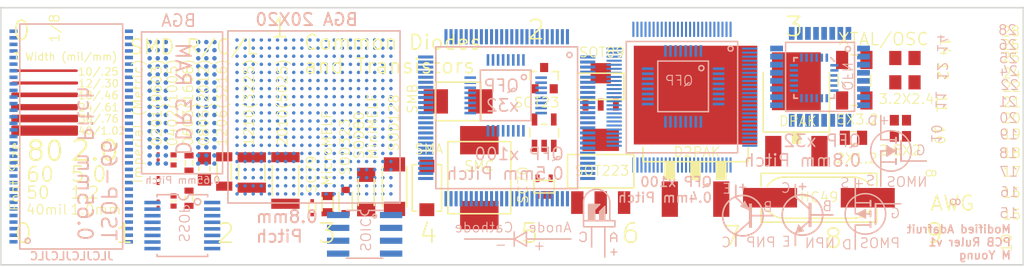
<source format=kicad_pcb>
(kicad_pcb (version 20171130) (host pcbnew 5.0.2+dfsg1-1)
  (layers (0 Top signal) (31 Bottom signal) (34 B.Paste user) (35 F.Paste user) (36 B.SilkS user) (37 F.SilkS user) (38 B.Mask user) (39 F.Mask user) (44 Edge.Cuts user))
  (net 0 "")
  (module "Adafruit PCB Reference Ruler:ALL-HOLES2" (layer Top) (at 169.1894 91.7956 270)
    (fp_text reference E$46 hide)
    (fp_text value "" hide)
    (pad "" np_thru_hole circle (at 2.54 0.1605 270) (size 0.321 0.321) (drill 0.321) (layers *.Cu *.Mask))
    (pad "" np_thru_hole circle (at 3.81 0.2025 270) (size 0.405 0.405) (drill 0.405) (layers *.Cu *.Mask))
    (pad "" np_thru_hole circle (at 4.87 0.2275 270) (size 0.455 0.455) (drill 0.455) (layers *.Cu *.Mask))
    (pad "" np_thru_hole circle (at 6.096 0.2555 270) (size 0.511 0.511) (drill 0.511) (layers *.Cu *.Mask))
    (pad "" np_thru_hole circle (at 7.874 0.322 270) (size 0.644 0.644) (drill 0.644) (layers *.Cu *.Mask))
    (pad "" np_thru_hole circle (at 9.398 0.3615 270) (size 0.723 0.723) (drill 0.723) (layers *.Cu *.Mask))
    (pad "" np_thru_hole circle (at 10.9655 0.406 270) (size 0.812 0.812) (drill 0.812) (layers *.Cu *.Mask))
    (pad "" np_thru_hole circle (at 12.6275 0.456 270) (size 0.912 0.912) (drill 0.912) (layers *.Cu *.Mask))
    (pad "" np_thru_hole circle (at 14.3935 0.51 270) (size 1.02 1.02) (drill 1.02) (layers *.Cu *.Mask))
    (pad "" np_thru_hole circle (at 16.2785 0.575 270) (size 1.15 1.15) (drill 1.15) (layers *.Cu *.Mask))
    (pad "" np_thru_hole circle (at 18.2985 0.645 270) (size 1.29 1.29) (drill 1.29) (layers *.Cu *.Mask))
    (pad "" np_thru_hole circle (at 20.32 0.725 270) (size 1.45 1.45) (drill 1.45) (layers *.Cu *.Mask))
    (pad "" np_thru_hole circle (at 3.81 2.9 270) (size 1.63 1.63) (drill 1.63) (layers *.Cu *.Mask))
    (pad "" np_thru_hole circle (at 6.437 3.11 270) (size 2.05 2.05) (drill 2.05) (layers *.Cu *.Mask))
    (pad "" np_thru_hole circle (at 9.412 3.235 270) (size 2.3 2.3) (drill 2.3) (layers *.Cu *.Mask))
    (pad "" np_thru_hole circle (at 12.657 3.38 270) (size 2.59 2.59) (drill 2.59) (layers *.Cu *.Mask))
    (pad "" np_thru_hole circle (at 16.51 3.715 270) (size 3.26 3.26) (drill 3.26) (layers *.Cu *.Mask))
  )
  (module "Adafruit PCB Reference Ruler:EDGE-INCHES-EIGTH2" (layer Top) (at 147.6629 92.329)
    (fp_text reference E$20 hide)
    (fp_text value "" hide)
  )
  (module "Adafruit PCB Reference Ruler:DIODE-SYMB" (layer Bottom) (at 122.3518 114.6556 180)
    (fp_text reference E$52 hide)
    (fp_text value "" hide)
    (fp_text user "Anode  Cathode" (at -5.1308 0.0762 180) (layer B.SilkS) (effects (font (size 0.9652 0.9652) (thickness 0.1016)) (justify left bottom mirror)))
    (fp_text user + (at -2.54 -1.7 180) (layer B.SilkS) (effects (font (size 0.9652 0.9652) (thickness 0.1016)) (justify left bottom mirror)))
    (fp_text user - (at 1.27 -1.6 180) (layer B.SilkS) (effects (font (size 0.9652 0.9652) (thickness 0.1016)) (justify left bottom mirror)))
  )
  (module "Adafruit PCB Reference Ruler:EDGE-MILLIMETERS" (layer Top) (at 71.4437 117.7036)
    (fp_text reference E$1 hide)
    (fp_text value "" hide)
  )
  (module "Adafruit PCB Reference Ruler:EDGE-MILLIMETERS" (layer Top) (at 81.4437 117.7036)
    (fp_text reference E$2 hide)
    (fp_text value "" hide)
  )
  (module "Adafruit PCB Reference Ruler:EDGE-MILLIMETERS" (layer Top) (at 91.4437 117.7036)
    (fp_text reference E$3 hide)
    (fp_text value "" hide)
  )
  (module "Adafruit PCB Reference Ruler:EDGE-MILLIMETERS" (layer Top) (at 101.4437 117.7036)
    (fp_text reference E$4 hide)
    (fp_text value "" hide)
  )
  (module "Adafruit PCB Reference Ruler:EDGE-MILLIMETERS" (layer Top) (at 111.4437 117.7036)
    (fp_text reference E$5 hide)
    (fp_text value "" hide)
  )
  (module "Adafruit PCB Reference Ruler:EDGE-MILLIMETERS" (layer Top) (at 121.4437 117.7036)
    (fp_text reference E$6 hide)
    (fp_text value "" hide)
  )
  (module "Adafruit PCB Reference Ruler:EDGE-MILLIMETERS" (layer Top) (at 131.4437 117.7036)
    (fp_text reference E$7 hide)
    (fp_text value "" hide)
  )
  (module "Adafruit PCB Reference Ruler:EDGE-MILLIMETERS" (layer Top) (at 141.4437 117.7036)
    (fp_text reference E$8 hide)
    (fp_text value "" hide)
  )
  (module "Adafruit PCB Reference Ruler:EDGE-MILLIMETERS" (layer Top) (at 151.4437 117.7036)
    (fp_text reference E$9 hide)
    (fp_text value "" hide)
  )
  (module "Adafruit PCB Reference Ruler:EDGE-MILLIMETERS" (layer Top) (at 161.4437 117.7036)
    (fp_text reference E$10 hide)
    (fp_text value "" hide)
  )
  (module "Adafruit PCB Reference Ruler:EDGE-INCHES-EIGTH" (layer Top) (at 71.4629 92.329)
    (fp_text reference E$17 hide)
    (fp_text value "" hide)
  )
  (module "Adafruit PCB Reference Ruler:EDGE-INCHES-EIGTH" (layer Top) (at 96.8629 92.329)
    (fp_text reference E$18 hide)
    (fp_text value "" hide)
  )
  (module "Adafruit PCB Reference Ruler:EDGE-INCHES-EIGTH" (layer Top) (at 122.2629 92.329)
    (fp_text reference E$19 hide)
    (fp_text value "" hide)
  )
  (module "Adafruit PCB Reference Ruler:0201" (layer Top) (at 86.5759 107.0356 90)
    (fp_text reference E$16 hide)
    (fp_text value "" hide)
    (pad P$1 smd rect (at -0.3 0 90) (size 0.3 0.3) (layers Top F.Paste F.Mask))
    (pad P$2 smd rect (at 0.3 0 90) (size 0.3 0.3) (layers Top F.Paste F.Mask))
  )
  (module "Adafruit PCB Reference Ruler:0402" (layer Top) (at 88.0999 107.3404 90)
    (fp_text reference E$23 hide)
    (fp_text value "" hide)
    (pad 1 smd rect (at -0.5 0 90) (size 0.5 0.6) (layers Top F.Paste F.Mask))
    (pad 2 smd rect (at 0.5 0 90) (size 0.5 0.6) (layers Top F.Paste F.Mask))
  )
  (module "Adafruit PCB Reference Ruler:0603" (layer Top) (at 89.6239 107.6452 90)
    (fp_text reference E$24 hide)
    (fp_text value "" hide)
    (pad 1 smd rect (at -0.75 0 90) (size 0.6 0.9) (layers Top F.Paste F.Mask))
    (pad 2 smd rect (at 0.75 0 90) (size 0.6 0.9) (layers Top F.Paste F.Mask))
  )
  (module "Adafruit PCB Reference Ruler:0805" (layer Top) (at 91.1479 108.2294 90)
    (fp_text reference E$25 hide)
    (fp_text value "" hide)
    (pad 1 smd rect (at -1.05 0 90) (size 1.2 1.3) (layers Top F.Paste F.Mask))
    (pad 2 smd rect (at 1.05 0 90) (size 1.2 1.3) (layers Top F.Paste F.Mask))
  )
  (module "Adafruit PCB Reference Ruler:1206" (layer Top) (at 93.1037 108.4834 90)
    (fp_text reference E$26 hide)
    (fp_text value "" hide)
    (pad 1 smd rect (at -1.45 0 90) (size 0.9 1.6) (layers Top F.Paste F.Mask))
    (pad 2 smd rect (at 1.45 0 90) (size 0.9 1.6) (layers Top F.Paste F.Mask))
  )
  (module "Adafruit PCB Reference Ruler:1210" (layer Top) (at 95.8215 108.585 270)
    (fp_text reference E$27 hide)
    (fp_text value "" hide)
    (pad 1 smd rect (at -1.5 0 270) (size 1 2.8) (layers Top F.Paste F.Mask))
    (pad 2 smd rect (at 1.5 0 270) (size 1 2.8) (layers Top F.Paste F.Mask))
  )
  (module "Adafruit PCB Reference Ruler:2010" (layer Top) (at 99.1489 109.3724 90)
    (fp_text reference E$28 hide)
    (fp_text value "" hide)
    (pad P$1 smd rect (at -2.3 0 180) (size 2.8 1) (layers Top F.Paste F.Mask))
    (pad P$2 smd rect (at 2.3 0 180) (size 2.8 1) (layers Top F.Paste F.Mask))
  )
  (module "Adafruit PCB Reference Ruler:DPAK" (layer Top) (at 149.614141 101.160365)
    (fp_text reference E$29 hide)
    (fp_text value "" hide)
    (pad 4 smd rect (at 0 -1.588) (size 4.826 5.715) (layers Top F.Paste F.Mask))
    (pad 3 smd rect (at 2.28 5.31) (size 1.6 3) (layers Top F.Paste F.Mask))
    (pad 1 smd rect (at -2.28 5.31) (size 1.6 3) (layers Top F.Paste F.Mask))
  )
  (module "Adafruit PCB Reference Ruler:D2PAK" (layer Top) (at 139.657341 102.938365)
    (fp_text reference E$30 hide)
    (fp_text value "" hide)
    (pad 1 smd rect (at -2.54 8.275) (size 1.6 3.5) (layers Top F.Paste F.Mask))
    (pad 3 smd rect (at 2.54 8.275) (size 1.6 3.5) (layers Top F.Paste F.Mask))
    (pad TAB smd rect (at 0 -2) (size 12.2 9.75) (layers Top F.Paste F.Mask))
  )
  (module "Adafruit PCB Reference Ruler:SOT223" (layer Top) (at 130.2893 108.458)
    (fp_text reference E$31 hide)
    (fp_text value "" hide)
    (pad 4 smd rect (at 0 -3.099) (size 3.6 2.2) (layers Top F.Paste F.Mask))
    (pad 3 smd rect (at 2.3114 3.0988) (size 1.2192 2.2352) (layers Top F.Paste F.Mask))
    (pad 2 smd rect (at 0 3.0988) (size 1.2192 2.2352) (layers Top F.Paste F.Mask))
    (pad 1 smd rect (at -2.3114 3.0988) (size 1.2192 2.2352) (layers Top F.Paste F.Mask))
  )
  (module "Adafruit PCB Reference Ruler:SOT89" (layer Top) (at 130.2893 100.076)
    (fp_text reference E$32 hide)
    (fp_text value "" hide)
    (pad 4 smd rect (at 0 -1.3) (size 2 2) (layers Top F.Paste F.Mask))
    (pad 3 smd rect (at 1.5 1.8) (size 0.58 1.2) (layers Top F.Paste F.Mask))
    (pad 2 smd rect (at 0 1.8) (size 0.58 1.2) (layers Top F.Paste F.Mask))
    (pad 1 smd rect (at -1.5 1.8) (size 0.58 1.2) (layers Top F.Paste F.Mask))
  )
  (module "Adafruit PCB Reference Ruler:SOT23-5" (layer Top) (at 124.7013 104.648)
    (fp_text reference E$33 hide)
    (fp_text value "" hide)
    (pad 5 smd rect (at -0.95 -1.3001) (size 0.55 1.2) (layers Top F.Paste F.Mask))
    (pad 4 smd rect (at 0.95 -1.3001) (size 0.55 1.2) (layers Top F.Paste F.Mask))
    (pad 3 smd rect (at 0.95 1.3001) (size 0.55 1.2) (layers Top F.Paste F.Mask))
    (pad 2 smd rect (at 0 1.3001) (size 0.55 1.2) (layers Top F.Paste F.Mask))
    (pad 1 smd rect (at -0.95 1.3001) (size 0.55 1.2) (layers Top F.Paste F.Mask))
  )
  (module "Adafruit PCB Reference Ruler:SOT23-3" (layer Top) (at 124.7013 99.314)
    (fp_text reference E$34 hide)
    (fp_text value "" hide)
    (pad 1 smd rect (at -0.95 1) (size 0.8 0.9) (layers Top F.Paste F.Mask))
    (pad 2 smd rect (at 0.95 1) (size 0.8 0.9) (layers Top F.Paste F.Mask))
    (pad 3 smd rect (at 0 -1.1) (size 0.8 0.9) (layers Top F.Paste F.Mask))
  )
  (module "Adafruit PCB Reference Ruler:SC70" (layer Top) (at 124.7013 109.982)
    (fp_text reference E$35 hide)
    (fp_text value "" hide)
    (pad 5 smd rect (at -0.65 -0.825) (size 0.4 0.75) (layers Top F.Mask))
    (pad 4 smd rect (at 0.65 -0.825) (size 0.4 0.75) (layers Top F.Mask))
    (pad 3 smd rect (at 0.65 0.825) (size 0.4 0.75) (layers Top F.Mask))
    (pad 2 smd rect (at 0 0.825) (size 0.4 0.75) (layers Top F.Mask))
    (pad 1 smd rect (at -0.65 0.825) (size 0.4 0.75) (layers Top F.Mask))
  )
  (module "Adafruit PCB Reference Ruler:CRYSTAL-SMD-5X3.2" (layer Top) (at 155.3337 99.4664 90)
    (fp_text reference E$36 hide)
    (fp_text value "" hide)
    (pad 2 smd rect (at 2 1.2 90) (size 1.8 1.2) (layers Top F.Paste F.Mask))
    (pad 4 smd rect (at -2 -1.2 90) (size 1.8 1.2) (layers Top F.Paste F.Mask))
    (pad 3 smd rect (at 2 -1.2 90) (size 1.8 1.2) (layers Top F.Paste F.Mask))
    (pad 1 smd rect (at -2 1.2 90) (size 1.8 1.2) (layers Top F.Paste F.Mask))
  )
  (module "Adafruit PCB Reference Ruler:CRYSTAL-SMD-3.2X2.5" (layer Top) (at 160.3375 98.4758 90)
    (fp_text reference E$37 hide)
    (fp_text value "" hide)
    (pad 2 smd rect (at 1.2 0.95 90) (size 1.4 1.2) (layers Top F.Paste F.Mask))
    (pad 1 smd rect (at -1.2 0.95 90) (size 1.4 1.2) (layers Top F.Paste F.Mask))
    (pad 3 smd rect (at 1.2 -0.95 90) (size 1.4 1.2) (layers Top F.Paste F.Mask))
    (pad 4 smd rect (at -1.2 -0.95 90) (size 1.4 1.2) (layers Top F.Paste F.Mask))
  )
  (module "Adafruit PCB Reference Ruler:CRYSTAL-SMD-2.5X2" (layer Top) (at 159.893 104.2162 90)
    (fp_text reference E$38 hide)
    (fp_text value "" hide)
    (pad 2 smd rect (at 0.795 0.6 90) (size 1.05 0.9) (layers Top F.Paste F.Mask))
    (pad 4 smd rect (at -0.795 -0.6 90) (size 1.05 0.9) (layers Top F.Paste F.Mask))
    (pad 3 smd rect (at 0.795 -0.6 90) (size 1.05 0.9) (layers Top F.Paste F.Mask))
    (pad 1 smd rect (at -0.795 0.6 90) (size 1.05 0.9) (layers Top F.Paste F.Mask))
  )
  (module "Adafruit PCB Reference Ruler:HC49UP" (layer Top) (at 151.8412 111.0742)
    (fp_text reference E$39 hide)
    (fp_text value "" hide)
    (pad 2 smd rect (at 4.826 0) (size 5.334 1.9304) (layers Top F.Paste F.Mask))
    (pad 1 smd rect (at -4.826 0) (size 5.334 1.9304) (layers Top F.Paste F.Mask))
  )
  (module "Adafruit PCB Reference Ruler:XTAL-2X1.2" (layer Top) (at 155.2566 105.156)
    (fp_text reference E$40 hide)
    (fp_text value "" hide)
    (pad P$2 smd rect (at 0.85 0 90) (size 1.4 1) (layers Top F.Paste F.Mask))
    (pad P$1 smd rect (at -0.85 0 90) (size 1.4 1) (layers Top F.Paste F.Mask))
  )
  (module "Adafruit PCB Reference Ruler:MICROMELF-R" (layer Top) (at 103.3145 111.7092 90)
    (fp_text reference E$41 hide)
    (fp_text value "" hide)
    (pad A smd rect (at 0.8 0 90) (size 0.8 1.2) (layers Top F.Paste F.Mask))
    (pad C smd rect (at -0.8 0 90) (size 0.8 1.2) (layers Top F.Paste F.Mask))
  )
  (module "Adafruit PCB Reference Ruler:SC79_INFINEON" (layer Top) (at 101.7905 112.0648 90)
    (fp_text reference E$42 hide)
    (fp_text value "" hide)
    (pad A smd rect (at 0.675 0 90) (size 0.35 0.35) (layers Top F.Paste F.Mask))
    (pad C smd rect (at -0.675 0 90) (size 0.35 0.35) (layers Top F.Paste F.Mask))
  )
  (module "Adafruit PCB Reference Ruler:SMA-DIODE" (layer Top) (at 113.1189 110.109 270)
    (fp_text reference E$43 hide)
    (fp_text value "" hide)
    (pad C smd rect (at 2.15 0 270) (size 1.27 1.47) (layers Top F.Paste F.Mask))
    (pad A smd rect (at -2.15 0 90) (size 1.27 1.47) (layers Top F.Paste F.Mask))
  )
  (module "Adafruit PCB Reference Ruler:SMB-DIODE" (layer Top) (at 116.205 101.5619 180)
    (fp_text reference E$44 hide)
    (fp_text value "" hide)
    (pad A smd rect (at 2.2 0 180) (size 2.4 2.4) (layers Top F.Paste F.Mask))
    (pad C smd rect (at -2.2 0 180) (size 2.4 2.4) (layers Top F.Paste F.Mask))
  )
  (module "Adafruit PCB Reference Ruler:SMC" (layer Top) (at 118.3005 109.093 90)
    (fp_text reference E$45 hide)
    (fp_text value "" hide)
    (pad A smd rect (at 3.7 0 90) (size 2.8 3.8) (layers Top F.Paste F.Mask))
    (pad C smd rect (at -3.7 0 90) (size 2.8 3.8) (layers Top F.Paste F.Mask))
  )
  (module "Adafruit PCB Reference Ruler:SOD-128" (layer Top) (at 109.9185 109.982 90)
    (fp_text reference E$47 hide)
    (fp_text value "" hide)
    (pad C smd rect (at -2.2 0 270) (size 1.4 2.1) (layers Top F.Paste F.Mask))
    (pad A smd rect (at 2.2 0 270) (size 1.4 2.1) (layers Top F.Paste F.Mask))
  )
  (module "Adafruit PCB Reference Ruler:SOD-323" (layer Top) (at 105.0925 111.4552 270)
    (fp_text reference E$48 hide)
    (fp_text value "" hide)
    (pad 2 smd rect (at 1.15 0 270) (size 0.63 0.83) (layers Top F.Paste F.Mask))
    (pad 1 smd rect (at -1.15 0 270) (size 0.63 0.83) (layers Top F.Paste F.Mask))
  )
  (module "Adafruit PCB Reference Ruler:SOD80C" (layer Top) (at 107.1245 110.5154 90)
    (fp_text reference E$49 hide)
    (fp_text value "" hide)
    (pad A smd rect (at 1.7 0 90) (size 1.4 1.8) (layers Top F.Paste F.Mask))
    (pad C smd rect (at -1.7 0 90) (size 1.4 1.8) (layers Top F.Paste F.Mask))
  )
  (module "Adafruit PCB Reference Ruler:NMOS-SYMB" (layer Bottom) (at 158.9532 106.4514 180)
    (fp_text reference E$50 hide)
    (fp_text value "" hide)
    (fp_text user G (at -3.5 -0.5 180) (layer B.SilkS) (effects (font (size 0.9652 0.9652) (thickness 0.1016)) (justify left bottom mirror)))
    (fp_text user S (at 1.5 -3.5 180) (layer B.SilkS) (effects (font (size 0.9652 0.9652) (thickness 0.1016)) (justify left bottom mirror)))
    (fp_text user + (at 0 2.5 180) (layer B.SilkS) (effects (font (size 0.9652 0.9652) (thickness 0.1016)) (justify left bottom mirror)))
    (fp_text user NMOS (at 0.5 -2.5 180) (layer B.SilkS) (effects (font (size 0.9652 0.9652) (thickness 0.1016)) (justify right top mirror)))
  )
  (module "Adafruit PCB Reference Ruler:PMOS-SYMB" (layer Bottom) (at 156.435827 112.673013 180)
    (fp_text reference E$51 hide)
    (fp_text value "" hide)
    (fp_text user PMOS (at -3.4925 -3.4544 180) (layer B.SilkS) (effects (font (size 0.9652 0.9652) (thickness 0.1016)) (justify left bottom mirror)))
    (fp_text user + (at 0 2.5 180) (layer B.SilkS) (effects (font (size 0.9652 0.9652) (thickness 0.1016)) (justify left bottom mirror)))
    (fp_text user S (at 1.5 2.5 180) (layer B.SilkS) (effects (font (size 0.9652 0.9652) (thickness 0.1016)) (justify left bottom mirror)))
    (fp_text user G (at -3.5 -0.5 180) (layer B.SilkS) (effects (font (size 0.9652 0.9652) (thickness 0.1016)) (justify left bottom mirror)))
  )
  (module "Adafruit PCB Reference Ruler:LED-GUIDE" (layer Bottom) (at 129.5908 113.9444 180)
    (fp_text reference E$53 hide)
    (fp_text value "" hide)
  )
  (module "Adafruit PCB Reference Ruler:NPN-SYMB" (layer Bottom) (at 150.2156 112.776 180)
    (fp_text reference E$54 hide)
    (fp_text value "" hide)
    (fp_text user NPN (at -3.2893 -3.3528 180) (layer B.SilkS) (effects (font (size 0.9652 0.9652) (thickness 0.1016)) (justify left bottom mirror)))
    (fp_text user B (at -3 0.3 180) (layer B.SilkS) (effects (font (size 0.9652 0.9652) (thickness 0.1016)) (justify left bottom mirror)))
    (fp_text user C (at 1.1 2.1 180) (layer B.SilkS) (effects (font (size 0.9652 0.9652) (thickness 0.1016)) (justify left bottom mirror)))
    (fp_text user E (at 1.1 -3.2 180) (layer B.SilkS) (effects (font (size 0.9652 0.9652) (thickness 0.1016)) (justify left bottom mirror)))
  )
  (module "Adafruit PCB Reference Ruler:TSSOP16" (layer Bottom) (at 89.0651 113.775238 270)
    (fp_text reference E$56 hide)
    (fp_text value "" hide)
    (pad 16 smd rect (at -2.225 3.05 270) (size 0.35 1.6) (layers Bottom B.Paste B.Mask))
    (pad 15 smd rect (at -1.575 3.05 270) (size 0.35 1.6) (layers Bottom B.Paste B.Mask))
    (pad 14 smd rect (at -0.925 3.05 270) (size 0.35 1.6) (layers Bottom B.Paste B.Mask))
    (pad 13 smd rect (at -0.275 3.05 270) (size 0.35 1.6) (layers Bottom B.Paste B.Mask))
    (pad 12 smd rect (at 0.375 3.05 270) (size 0.35 1.6) (layers Bottom B.Paste B.Mask))
    (pad 11 smd rect (at 1.025 3.05 270) (size 0.35 1.6) (layers Bottom B.Paste B.Mask))
    (pad 10 smd rect (at 1.675 3.05 270) (size 0.35 1.6) (layers Bottom B.Paste B.Mask))
    (pad 9 smd rect (at 2.325 3.05 270) (size 0.35 1.6) (layers Bottom B.Paste B.Mask))
    (pad 8 smd rect (at 2.325 -2.85 270) (size 0.35 1.6) (layers Bottom B.Paste B.Mask))
    (pad 7 smd rect (at 1.675 -2.85 270) (size 0.35 1.6) (layers Bottom B.Paste B.Mask))
    (pad 6 smd rect (at 1.025 -2.85 270) (size 0.35 1.6) (layers Bottom B.Paste B.Mask))
    (pad 5 smd rect (at 0.375 -2.85 270) (size 0.35 1.6) (layers Bottom B.Paste B.Mask))
    (pad 4 smd rect (at -0.275 -2.85 270) (size 0.35 1.6) (layers Bottom B.Paste B.Mask))
    (pad 3 smd rect (at -0.925 -2.85 270) (size 0.35 1.6) (layers Bottom B.Paste B.Mask))
    (pad 2 smd rect (at -1.575 -2.85 270) (size 0.35 1.6) (layers Bottom B.Paste B.Mask))
    (pad 1 smd rect (at -2.225 -2.85 270) (size 0.35 1.6) (layers Bottom B.Paste B.Mask))
  )
  (module "Adafruit PCB Reference Ruler:SO08" (layer Bottom) (at 106.9721 114.689638 270)
    (fp_text reference E$57 hide)
    (fp_text value "" hide)
    (pad 8 smd rect (at -1.905 2.6162 270) (size 0.6096 2.2098) (layers Bottom B.Paste B.Mask))
    (pad 7 smd rect (at -0.635 2.6162 270) (size 0.6096 2.2098) (layers Bottom B.Paste B.Mask))
    (pad 6 smd rect (at 0.635 2.6162 270) (size 0.6096 2.2098) (layers Bottom B.Paste B.Mask))
    (pad 5 smd rect (at 1.905 2.6162 270) (size 0.6096 2.2098) (layers Bottom B.Paste B.Mask))
    (pad 4 smd rect (at 1.905 -2.6162 270) (size 0.6096 2.2098) (layers Bottom B.Paste B.Mask))
    (pad 3 smd rect (at 0.635 -2.6162 270) (size 0.6096 2.2098) (layers Bottom B.Paste B.Mask))
    (pad 2 smd rect (at -0.635 -2.6162 270) (size 0.6096 2.2098) (layers Bottom B.Paste B.Mask))
    (pad 1 smd rect (at -1.905 -2.6162 270) (size 0.6096 2.2098) (layers Bottom B.Paste B.Mask))
  )
  (module "Adafruit PCB Reference Ruler:QFN-24" (layer Bottom) (at 151.3713 99.246438 180)
    (fp_text reference E$55 hide)
    (fp_text value "" hide)
    (pad 24 smd rect (at -1.25 2 270) (size 0.8 0.25) (layers Bottom B.Paste B.Mask))
    (pad 23 smd rect (at -0.75 2 270) (size 0.8 0.25) (layers Bottom B.Paste B.Mask))
    (pad 22 smd rect (at -0.25 2 270) (size 0.8 0.25) (layers Bottom B.Paste B.Mask))
    (pad 21 smd rect (at 0.25 2 270) (size 0.8 0.25) (layers Bottom B.Paste B.Mask))
    (pad 20 smd rect (at 0.75 2 270) (size 0.8 0.25) (layers Bottom B.Paste B.Mask))
    (pad 19 smd rect (at 1.25 2 270) (size 0.8 0.25) (layers Bottom B.Paste B.Mask))
    (pad 18 smd rect (at 2 1.25 180) (size 0.8 0.25) (layers Bottom B.Paste B.Mask))
    (pad 17 smd rect (at 2 0.75 180) (size 0.8 0.25) (layers Bottom B.Paste B.Mask))
    (pad 16 smd rect (at 2 0.25 180) (size 0.8 0.25) (layers Bottom B.Paste B.Mask))
    (pad 15 smd rect (at 2 -0.25 180) (size 0.8 0.25) (layers Bottom B.Paste B.Mask))
    (pad 14 smd rect (at 2 -0.75 180) (size 0.8 0.25) (layers Bottom B.Paste B.Mask))
    (pad 13 smd rect (at 2 -1.25 180) (size 0.8 0.25) (layers Bottom B.Paste B.Mask))
    (pad 12 smd rect (at 1.25 -2 90) (size 0.8 0.25) (layers Bottom B.Paste B.Mask))
    (pad 11 smd rect (at 0.75 -2 90) (size 0.8 0.25) (layers Bottom B.Paste B.Mask))
    (pad 10 smd rect (at 0.25 -2 90) (size 0.8 0.25) (layers Bottom B.Paste B.Mask))
    (pad 9 smd rect (at -0.25 -2 90) (size 0.8 0.25) (layers Bottom B.Paste B.Mask))
    (pad 8 smd rect (at -0.75 -2 90) (size 0.8 0.25) (layers Bottom B.Paste B.Mask))
    (pad 7 smd rect (at -1.25 -2 90) (size 0.8 0.25) (layers Bottom B.Paste B.Mask))
    (pad 6 smd rect (at -2 -1.25) (size 0.8 0.25) (layers Bottom B.Paste B.Mask))
    (pad 5 smd rect (at -2 -0.75) (size 0.8 0.25) (layers Bottom B.Paste B.Mask))
    (pad 4 smd rect (at -2 -0.25) (size 0.8 0.25) (layers Bottom B.Paste B.Mask))
    (pad 3 smd rect (at -2 0.25) (size 0.8 0.25) (layers Bottom B.Paste B.Mask))
    (pad 2 smd rect (at -2 0.75) (size 0.8 0.25) (layers Bottom B.Paste B.Mask))
    (pad 1 smd rect (at -2 1.25) (size 0.8 0.25) (layers Bottom B.Paste B.Mask))
  )
  (module "Adafruit PCB Reference Ruler:TQFP32-5MM" (layer Bottom) (at 138.43 100.076 180)
    (fp_text reference E$58 hide)
    (fp_text value "" hide)
    (pad 32 smd rect (at -1.75 3.5 270) (size 1.143 0.254) (layers Bottom B.Paste B.Mask))
    (pad 31 smd rect (at -1.25 3.5 270) (size 1.143 0.254) (layers Bottom B.Paste B.Mask))
    (pad 30 smd rect (at -0.75 3.5 270) (size 1.143 0.254) (layers Bottom B.Paste B.Mask))
    (pad 29 smd rect (at -0.25 3.5 270) (size 1.143 0.254) (layers Bottom B.Paste B.Mask))
    (pad 28 smd rect (at 0.25 3.5 270) (size 1.143 0.254) (layers Bottom B.Paste B.Mask))
    (pad 27 smd rect (at 0.75 3.5 270) (size 1.143 0.254) (layers Bottom B.Paste B.Mask))
    (pad 26 smd rect (at 1.25 3.5 270) (size 1.143 0.254) (layers Bottom B.Paste B.Mask))
    (pad 25 smd rect (at 1.75 3.5 270) (size 1.143 0.254) (layers Bottom B.Paste B.Mask))
    (pad 24 smd rect (at 3.5 1.75) (size 1.143 0.254) (layers Bottom B.Paste B.Mask))
    (pad 23 smd rect (at 3.5 1.25) (size 1.143 0.254) (layers Bottom B.Paste B.Mask))
    (pad 22 smd rect (at 3.5 0.75) (size 1.143 0.254) (layers Bottom B.Paste B.Mask))
    (pad 21 smd rect (at 3.5 0.25) (size 1.143 0.254) (layers Bottom B.Paste B.Mask))
    (pad 20 smd rect (at 3.5 -0.25) (size 1.143 0.254) (layers Bottom B.Paste B.Mask))
    (pad 19 smd rect (at 3.5 -0.75) (size 1.143 0.254) (layers Bottom B.Paste B.Mask))
    (pad 18 smd rect (at 3.5 -1.25) (size 1.143 0.254) (layers Bottom B.Paste B.Mask))
    (pad 17 smd rect (at 3.5 -1.75) (size 1.143 0.254) (layers Bottom B.Paste B.Mask))
    (pad 16 smd rect (at 1.75 -3.5 90) (size 1.143 0.254) (layers Bottom B.Paste B.Mask))
    (pad 15 smd rect (at 1.25 -3.5 90) (size 1.143 0.254) (layers Bottom B.Paste B.Mask))
    (pad 14 smd rect (at 0.75 -3.5 90) (size 1.143 0.254) (layers Bottom B.Paste B.Mask))
    (pad 13 smd rect (at 0.25 -3.5 90) (size 1.143 0.254) (layers Bottom B.Paste B.Mask))
    (pad 12 smd rect (at -0.25 -3.5 90) (size 1.143 0.254) (layers Bottom B.Paste B.Mask))
    (pad 11 smd rect (at -0.75 -3.5 90) (size 1.143 0.254) (layers Bottom B.Paste B.Mask))
    (pad 10 smd rect (at -1.25 -3.5 90) (size 1.143 0.254) (layers Bottom B.Paste B.Mask))
    (pad 9 smd rect (at -1.75 -3.5 90) (size 1.143 0.254) (layers Bottom B.Paste B.Mask))
    (pad 8 smd rect (at -3.5 -1.75 180) (size 1.143 0.254) (layers Bottom B.Paste B.Mask))
    (pad 7 smd rect (at -3.5 -1.25 180) (size 1.143 0.254) (layers Bottom B.Paste B.Mask))
    (pad 6 smd rect (at -3.5 -0.75 180) (size 1.143 0.254) (layers Bottom B.Paste B.Mask))
    (pad 5 smd rect (at -3.5 -0.25 180) (size 1.143 0.254) (layers Bottom B.Paste B.Mask))
    (pad 4 smd rect (at -3.5 0.25 180) (size 1.143 0.254) (layers Bottom B.Paste B.Mask))
    (pad 3 smd rect (at -3.5 0.75 180) (size 1.143 0.254) (layers Bottom B.Paste B.Mask))
    (pad 2 smd rect (at -3.5 1.25 180) (size 1.143 0.254) (layers Bottom B.Paste B.Mask))
    (pad 1 smd rect (at -3.5 1.75 180) (size 1.143 0.254) (layers Bottom B.Paste B.Mask))
  )
  (module "Adafruit PCB Reference Ruler:PNP-SYMB" (layer Bottom) (at 144.331356 112.846236 180)
    (fp_text reference E$59 hide)
    (fp_text value "" hide)
    (fp_text user C (at 1.1 -3.2 180) (layer B.SilkS) (effects (font (size 0.9652 0.9652) (thickness 0.1016)) (justify left bottom mirror)))
    (fp_text user E (at 1.1 2.1 180) (layer B.SilkS) (effects (font (size 0.9652 0.9652) (thickness 0.1016)) (justify left bottom mirror)))
    (fp_text user B (at -3 0.3 180) (layer B.SilkS) (effects (font (size 0.9652 0.9652) (thickness 0.1016)) (justify left bottom mirror)))
    (fp_text user PNP (at -3.3147 -3.2004 180) (layer B.SilkS) (effects (font (size 0.9652 0.9652) (thickness 0.1016)) (justify left bottom mirror)))
  )
  (module "Adafruit PCB Reference Ruler:0201" (layer Top) (at 86.5759 111.7092 90)
    (fp_text reference E$60 hide)
    (fp_text value "" hide)
    (pad P$1 smd rect (at -0.3 0 90) (size 0.3 0.3) (layers Top F.Paste F.Mask))
    (pad P$2 smd rect (at 0.3 0 90) (size 0.3 0.3) (layers Top F.Paste F.Mask))
  )
  (module "Adafruit PCB Reference Ruler:0402" (layer Top) (at 88.0999 111.4044 90)
    (fp_text reference E$61 hide)
    (fp_text value "" hide)
    (pad 1 smd rect (at -0.5 0 90) (size 0.5 0.6) (layers Top F.Paste F.Mask))
    (pad 2 smd rect (at 0.5 0 90) (size 0.5 0.6) (layers Top F.Paste F.Mask))
  )
  (module "Adafruit PCB Reference Ruler:0603" (layer Top) (at 89.6239 111.125 90)
    (fp_text reference E$62 hide)
    (fp_text value "" hide)
    (pad 1 smd rect (at -0.75 0 90) (size 0.6 0.9) (layers Top F.Paste F.Mask))
    (pad 2 smd rect (at 0.75 0 90) (size 0.6 0.9) (layers Top F.Paste F.Mask))
  )
  (module "Adafruit PCB Reference Ruler:0201" (layer Top) (at 86.5759 109.3724 90)
    (fp_text reference E$63 hide)
    (fp_text value "" hide)
    (pad P$1 smd rect (at -0.3 0 90) (size 0.3 0.3) (layers Top F.Paste F.Mask))
    (pad P$2 smd rect (at 0.3 0 90) (size 0.3 0.3) (layers Top F.Paste F.Mask))
  )
  (module "Adafruit PCB Reference Ruler:TQFP100" (layer Bottom) (at 121.0056 103.1748 180)
    (fp_text reference E$65 hide)
    (fp_text value "" hide)
    (pad 100 smd rect (at -6 8 180) (size 0.3 1.5) (layers Bottom B.Paste B.Mask))
    (pad 99 smd rect (at -5.5 8 180) (size 0.3 1.5) (layers Bottom B.Paste B.Mask))
    (pad 98 smd rect (at -5 8 180) (size 0.3 1.5) (layers Bottom B.Paste B.Mask))
    (pad 97 smd rect (at -4.5 8 180) (size 0.3 1.5) (layers Bottom B.Paste B.Mask))
    (pad 96 smd rect (at -4 8 180) (size 0.3 1.5) (layers Bottom B.Paste B.Mask))
    (pad 95 smd rect (at -3.5 8 180) (size 0.3 1.5) (layers Bottom B.Paste B.Mask))
    (pad 94 smd rect (at -3 8 180) (size 0.3 1.5) (layers Bottom B.Paste B.Mask))
    (pad 93 smd rect (at -2.5 8 180) (size 0.3 1.5) (layers Bottom B.Paste B.Mask))
    (pad 92 smd rect (at -2 8 180) (size 0.3 1.5) (layers Bottom B.Paste B.Mask))
    (pad 91 smd rect (at -1.5 8 180) (size 0.3 1.5) (layers Bottom B.Paste B.Mask))
    (pad 90 smd rect (at -1 8 180) (size 0.3 1.5) (layers Bottom B.Paste B.Mask))
    (pad 89 smd rect (at -0.5 8 180) (size 0.3 1.5) (layers Bottom B.Paste B.Mask))
    (pad 88 smd rect (at 0 8 180) (size 0.3 1.5) (layers Bottom B.Paste B.Mask))
    (pad 87 smd rect (at 0.5 8 180) (size 0.3 1.5) (layers Bottom B.Paste B.Mask))
    (pad 86 smd rect (at 1 8 180) (size 0.3 1.5) (layers Bottom B.Paste B.Mask))
    (pad 85 smd rect (at 1.5 8 180) (size 0.3 1.5) (layers Bottom B.Paste B.Mask))
    (pad 84 smd rect (at 2 8 180) (size 0.3 1.5) (layers Bottom B.Paste B.Mask))
    (pad 83 smd rect (at 2.5 8 180) (size 0.3 1.5) (layers Bottom B.Paste B.Mask))
    (pad 82 smd rect (at 3 8 180) (size 0.3 1.5) (layers Bottom B.Paste B.Mask))
    (pad 81 smd rect (at 3.5 8 180) (size 0.3 1.5) (layers Bottom B.Paste B.Mask))
    (pad 80 smd rect (at 4 8 180) (size 0.3 1.5) (layers Bottom B.Paste B.Mask))
    (pad 79 smd rect (at 4.5 8 180) (size 0.3 1.5) (layers Bottom B.Paste B.Mask))
    (pad 78 smd rect (at 5 8 180) (size 0.3 1.5) (layers Bottom B.Paste B.Mask))
    (pad 77 smd rect (at 5.5 8 180) (size 0.3 1.5) (layers Bottom B.Paste B.Mask))
    (pad 76 smd rect (at 6 8 180) (size 0.3 1.5) (layers Bottom B.Paste B.Mask))
    (pad 75 smd rect (at 8 6 180) (size 1.5 0.3) (layers Bottom B.Paste B.Mask))
    (pad 74 smd rect (at 8 5.5 180) (size 1.5 0.3) (layers Bottom B.Paste B.Mask))
    (pad 73 smd rect (at 8 5 180) (size 1.5 0.3) (layers Bottom B.Paste B.Mask))
    (pad 72 smd rect (at 8 4.5 180) (size 1.5 0.3) (layers Bottom B.Paste B.Mask))
    (pad 71 smd rect (at 8 4 180) (size 1.5 0.3) (layers Bottom B.Paste B.Mask))
    (pad 70 smd rect (at 8 3.5 180) (size 1.5 0.3) (layers Bottom B.Paste B.Mask))
    (pad 69 smd rect (at 8 3 180) (size 1.5 0.3) (layers Bottom B.Paste B.Mask))
    (pad 68 smd rect (at 8 2.5 180) (size 1.5 0.3) (layers Bottom B.Paste B.Mask))
    (pad 67 smd rect (at 8 2 180) (size 1.5 0.3) (layers Bottom B.Paste B.Mask))
    (pad 66 smd rect (at 8 1.5 180) (size 1.5 0.3) (layers Bottom B.Paste B.Mask))
    (pad 65 smd rect (at 8 1 180) (size 1.5 0.3) (layers Bottom B.Paste B.Mask))
    (pad 64 smd rect (at 8 0.5 180) (size 1.5 0.3) (layers Bottom B.Paste B.Mask))
    (pad 63 smd rect (at 8 0 180) (size 1.5 0.3) (layers Bottom B.Paste B.Mask))
    (pad 62 smd rect (at 8 -0.5 180) (size 1.5 0.3) (layers Bottom B.Paste B.Mask))
    (pad 61 smd rect (at 8 -1 180) (size 1.5 0.3) (layers Bottom B.Paste B.Mask))
    (pad 60 smd rect (at 8 -1.5 180) (size 1.5 0.3) (layers Bottom B.Paste B.Mask))
    (pad 59 smd rect (at 8 -2 180) (size 1.5 0.3) (layers Bottom B.Paste B.Mask))
    (pad 58 smd rect (at 8 -2.5 180) (size 1.5 0.3) (layers Bottom B.Paste B.Mask))
    (pad 57 smd rect (at 8 -3 180) (size 1.5 0.3) (layers Bottom B.Paste B.Mask))
    (pad 56 smd rect (at 8 -3.5 180) (size 1.5 0.3) (layers Bottom B.Paste B.Mask))
    (pad 55 smd rect (at 8 -4 180) (size 1.5 0.3) (layers Bottom B.Paste B.Mask))
    (pad 54 smd rect (at 8 -4.5 180) (size 1.5 0.3) (layers Bottom B.Paste B.Mask))
    (pad 53 smd rect (at 8 -5 180) (size 1.5 0.3) (layers Bottom B.Paste B.Mask))
    (pad 52 smd rect (at 8 -5.5 180) (size 1.5 0.3) (layers Bottom B.Paste B.Mask))
    (pad 51 smd rect (at 8 -6 180) (size 1.5 0.3) (layers Bottom B.Paste B.Mask))
    (pad 50 smd rect (at 6 -8 180) (size 0.3 1.5) (layers Bottom B.Paste B.Mask))
    (pad 49 smd rect (at 5.5 -8 180) (size 0.3 1.5) (layers Bottom B.Paste B.Mask))
    (pad 48 smd rect (at 5 -8 180) (size 0.3 1.5) (layers Bottom B.Paste B.Mask))
    (pad 47 smd rect (at 4.5 -8 180) (size 0.3 1.5) (layers Bottom B.Paste B.Mask))
    (pad 46 smd rect (at 4 -8 180) (size 0.3 1.5) (layers Bottom B.Paste B.Mask))
    (pad 45 smd rect (at 3.5 -8 180) (size 0.3 1.5) (layers Bottom B.Paste B.Mask))
    (pad 44 smd rect (at 3 -8 180) (size 0.3 1.5) (layers Bottom B.Paste B.Mask))
    (pad 43 smd rect (at 2.5 -8 180) (size 0.3 1.5) (layers Bottom B.Paste B.Mask))
    (pad 42 smd rect (at 2 -8 180) (size 0.3 1.5) (layers Bottom B.Paste B.Mask))
    (pad 41 smd rect (at 1.5 -8 180) (size 0.3 1.5) (layers Bottom B.Paste B.Mask))
    (pad 40 smd rect (at 1 -8 180) (size 0.3 1.5) (layers Bottom B.Paste B.Mask))
    (pad 39 smd rect (at 0.5 -8 180) (size 0.3 1.5) (layers Bottom B.Paste B.Mask))
    (pad 38 smd rect (at 0 -8 180) (size 0.3 1.5) (layers Bottom B.Paste B.Mask))
    (pad 37 smd rect (at -0.5 -8 180) (size 0.3 1.5) (layers Bottom B.Paste B.Mask))
    (pad 36 smd rect (at -1 -8 180) (size 0.3 1.5) (layers Bottom B.Paste B.Mask))
    (pad 35 smd rect (at -1.5 -8 180) (size 0.3 1.5) (layers Bottom B.Paste B.Mask))
    (pad 34 smd rect (at -2 -8 180) (size 0.3 1.5) (layers Bottom B.Paste B.Mask))
    (pad 33 smd rect (at -2.5 -8 180) (size 0.3 1.5) (layers Bottom B.Paste B.Mask))
    (pad 32 smd rect (at -3 -8 180) (size 0.3 1.5) (layers Bottom B.Paste B.Mask))
    (pad 31 smd rect (at -3.5 -8 180) (size 0.3 1.5) (layers Bottom B.Paste B.Mask))
    (pad 30 smd rect (at -4 -8 180) (size 0.3 1.5) (layers Bottom B.Paste B.Mask))
    (pad 29 smd rect (at -4.5 -8 180) (size 0.3 1.5) (layers Bottom B.Paste B.Mask))
    (pad 28 smd rect (at -5 -8 180) (size 0.3 1.5) (layers Bottom B.Paste B.Mask))
    (pad 27 smd rect (at -5.5 -8 180) (size 0.3 1.5) (layers Bottom B.Paste B.Mask))
    (pad 26 smd rect (at -6 -8 180) (size 0.3 1.5) (layers Bottom B.Paste B.Mask))
    (pad 25 smd rect (at -8 -6 180) (size 1.5 0.3) (layers Bottom B.Paste B.Mask))
    (pad 24 smd rect (at -8 -5.5 180) (size 1.5 0.3) (layers Bottom B.Paste B.Mask))
    (pad 23 smd rect (at -8 -5 180) (size 1.5 0.3) (layers Bottom B.Paste B.Mask))
    (pad 22 smd rect (at -8 -4.5 180) (size 1.5 0.3) (layers Bottom B.Paste B.Mask))
    (pad 21 smd rect (at -8 -4 180) (size 1.5 0.3) (layers Bottom B.Paste B.Mask))
    (pad 20 smd rect (at -8 -3.5 180) (size 1.5 0.3) (layers Bottom B.Paste B.Mask))
    (pad 19 smd rect (at -8 -3 180) (size 1.5 0.3) (layers Bottom B.Paste B.Mask))
    (pad 18 smd rect (at -8 -2.5 180) (size 1.5 0.3) (layers Bottom B.Paste B.Mask))
    (pad 17 smd rect (at -8 -2 180) (size 1.5 0.3) (layers Bottom B.Paste B.Mask))
    (pad 16 smd rect (at -8 -1.5 180) (size 1.5 0.3) (layers Bottom B.Paste B.Mask))
    (pad 15 smd rect (at -8 -1 180) (size 1.5 0.3) (layers Bottom B.Paste B.Mask))
    (pad 14 smd rect (at -8 -0.5 180) (size 1.5 0.3) (layers Bottom B.Paste B.Mask))
    (pad 13 smd rect (at -8 0 180) (size 1.5 0.3) (layers Bottom B.Paste B.Mask))
    (pad 12 smd rect (at -8 0.5 180) (size 1.5 0.3) (layers Bottom B.Paste B.Mask))
    (pad 11 smd rect (at -8 1 180) (size 1.5 0.3) (layers Bottom B.Paste B.Mask))
    (pad 10 smd rect (at -8 1.5 180) (size 1.5 0.3) (layers Bottom B.Paste B.Mask))
    (pad 9 smd rect (at -8 2 180) (size 1.5 0.3) (layers Bottom B.Paste B.Mask))
    (pad 8 smd rect (at -8 2.5 180) (size 1.5 0.3) (layers Bottom B.Paste B.Mask))
    (pad 7 smd rect (at -8 3 180) (size 1.5 0.3) (layers Bottom B.Paste B.Mask))
    (pad 6 smd rect (at -8 3.5 180) (size 1.5 0.3) (layers Bottom B.Paste B.Mask))
    (pad 5 smd rect (at -8 4 180) (size 1.5 0.3) (layers Bottom B.Paste B.Mask))
    (pad 4 smd rect (at -8 4.5 180) (size 1.5 0.3) (layers Bottom B.Paste B.Mask))
    (pad 3 smd rect (at -8 5 180) (size 1.5 0.3) (layers Bottom B.Paste B.Mask))
    (pad 2 smd rect (at -8 5.5 180) (size 1.5 0.3) (layers Bottom B.Paste B.Mask))
    (pad 1 smd rect (at -8 6 180) (size 1.5 0.3) (layers Bottom B.Paste B.Mask))
  )
  (module "Adafruit PCB Reference Ruler:BGA-0.8MM-P-19X19" (layer Bottom) (at 101.9683 103.0986 180)
    (fp_text reference E$67 hide)
    (fp_text value "" hide)
    (pad P$436 smd roundrect (at 7.6 6.8 180) (size 0.35 0.35) (layers Bottom B.Paste B.Mask) (roundrect_rratio 0.5))
    (pad P$435 smd roundrect (at 7.6 7.6 180) (size 0.35 0.35) (layers Bottom B.Paste B.Mask) (roundrect_rratio 0.5))
    (pad P$434 smd roundrect (at 6.8 7.6 180) (size 0.35 0.35) (layers Bottom B.Paste B.Mask) (roundrect_rratio 0.5))
    (pad P$433 smd roundrect (at 6.8 6.8 180) (size 0.35 0.35) (layers Bottom B.Paste B.Mask) (roundrect_rratio 0.5))
    (pad P$428 smd roundrect (at 7.6 2 180) (size 0.35 0.35) (layers Bottom B.Paste B.Mask) (roundrect_rratio 0.5))
    (pad P$427 smd roundrect (at 6.8 2 180) (size 0.35 0.35) (layers Bottom B.Paste B.Mask) (roundrect_rratio 0.5))
    (pad P$426 smd roundrect (at 7.6 -0.4 180) (size 0.35 0.35) (layers Bottom B.Paste B.Mask) (roundrect_rratio 0.5))
    (pad P$425 smd roundrect (at 7.6 0.4 180) (size 0.35 0.35) (layers Bottom B.Paste B.Mask) (roundrect_rratio 0.5))
    (pad P$424 smd roundrect (at 7.6 1.2 180) (size 0.35 0.35) (layers Bottom B.Paste B.Mask) (roundrect_rratio 0.5))
    (pad P$423 smd roundrect (at 6.8 1.2 180) (size 0.35 0.35) (layers Bottom B.Paste B.Mask) (roundrect_rratio 0.5))
    (pad P$422 smd roundrect (at 6.8 0.4 180) (size 0.35 0.35) (layers Bottom B.Paste B.Mask) (roundrect_rratio 0.5))
    (pad P$421 smd roundrect (at 6.8 -0.4 180) (size 0.35 0.35) (layers Bottom B.Paste B.Mask) (roundrect_rratio 0.5))
    (pad P$415 smd roundrect (at 7.6 6 180) (size 0.35 0.35) (layers Bottom B.Paste B.Mask) (roundrect_rratio 0.5))
    (pad P$414 smd roundrect (at 6.8 6 180) (size 0.35 0.35) (layers Bottom B.Paste B.Mask) (roundrect_rratio 0.5))
    (pad P$413 smd roundrect (at 7.6 2.8 180) (size 0.35 0.35) (layers Bottom B.Paste B.Mask) (roundrect_rratio 0.5))
    (pad P$412 smd roundrect (at 7.6 3.6 180) (size 0.35 0.35) (layers Bottom B.Paste B.Mask) (roundrect_rratio 0.5))
    (pad P$411 smd roundrect (at 7.6 4.4 180) (size 0.35 0.35) (layers Bottom B.Paste B.Mask) (roundrect_rratio 0.5))
    (pad P$410 smd roundrect (at 7.6 5.2 180) (size 0.35 0.35) (layers Bottom B.Paste B.Mask) (roundrect_rratio 0.5))
    (pad P$409 smd roundrect (at 6.8 5.2 180) (size 0.35 0.35) (layers Bottom B.Paste B.Mask) (roundrect_rratio 0.5))
    (pad P$408 smd roundrect (at 6.8 4.4 180) (size 0.35 0.35) (layers Bottom B.Paste B.Mask) (roundrect_rratio 0.5))
    (pad P$407 smd roundrect (at 6.8 3.6 180) (size 0.35 0.35) (layers Bottom B.Paste B.Mask) (roundrect_rratio 0.5))
    (pad P$406 smd roundrect (at 6.8 2.8 180) (size 0.35 0.35) (layers Bottom B.Paste B.Mask) (roundrect_rratio 0.5))
    (pad P$401 smd roundrect (at 7.6 -5.2 180) (size 0.35 0.35) (layers Bottom B.Paste B.Mask) (roundrect_rratio 0.5))
    (pad P$400 smd roundrect (at 6.8 -5.2 180) (size 0.35 0.35) (layers Bottom B.Paste B.Mask) (roundrect_rratio 0.5))
    (pad P$399 smd roundrect (at 7.6 -7.6 180) (size 0.35 0.35) (layers Bottom B.Paste B.Mask) (roundrect_rratio 0.5))
    (pad P$398 smd roundrect (at 7.6 -6.8 180) (size 0.35 0.35) (layers Bottom B.Paste B.Mask) (roundrect_rratio 0.5))
    (pad P$397 smd roundrect (at 7.6 -6 180) (size 0.35 0.35) (layers Bottom B.Paste B.Mask) (roundrect_rratio 0.5))
    (pad P$396 smd roundrect (at 6.8 -6 180) (size 0.35 0.35) (layers Bottom B.Paste B.Mask) (roundrect_rratio 0.5))
    (pad P$395 smd roundrect (at 6.8 -6.8 180) (size 0.35 0.35) (layers Bottom B.Paste B.Mask) (roundrect_rratio 0.5))
    (pad P$394 smd roundrect (at 6.8 -7.6 180) (size 0.35 0.35) (layers Bottom B.Paste B.Mask) (roundrect_rratio 0.5))
    (pad P$388 smd roundrect (at 7.6 -1.2 180) (size 0.35 0.35) (layers Bottom B.Paste B.Mask) (roundrect_rratio 0.5))
    (pad P$387 smd roundrect (at 6.8 -1.2 180) (size 0.35 0.35) (layers Bottom B.Paste B.Mask) (roundrect_rratio 0.5))
    (pad P$386 smd roundrect (at 7.6 -4.4 180) (size 0.35 0.35) (layers Bottom B.Paste B.Mask) (roundrect_rratio 0.5))
    (pad P$385 smd roundrect (at 7.6 -3.6 180) (size 0.35 0.35) (layers Bottom B.Paste B.Mask) (roundrect_rratio 0.5))
    (pad P$384 smd roundrect (at 7.6 -2.8 180) (size 0.35 0.35) (layers Bottom B.Paste B.Mask) (roundrect_rratio 0.5))
    (pad P$383 smd roundrect (at 7.6 -2 180) (size 0.35 0.35) (layers Bottom B.Paste B.Mask) (roundrect_rratio 0.5))
    (pad P$382 smd roundrect (at 6.8 -2 180) (size 0.35 0.35) (layers Bottom B.Paste B.Mask) (roundrect_rratio 0.5))
    (pad P$381 smd roundrect (at 6.8 -2.8 180) (size 0.35 0.35) (layers Bottom B.Paste B.Mask) (roundrect_rratio 0.5))
    (pad P$380 smd roundrect (at 6.8 -3.6 180) (size 0.35 0.35) (layers Bottom B.Paste B.Mask) (roundrect_rratio 0.5))
    (pad P$379 smd roundrect (at 6.8 -4.4 180) (size 0.35 0.35) (layers Bottom B.Paste B.Mask) (roundrect_rratio 0.5))
    (pad P$378 smd roundrect (at 2 6.8 180) (size 0.35 0.35) (layers Bottom B.Paste B.Mask) (roundrect_rratio 0.5))
    (pad P$377 smd roundrect (at 2 7.6 180) (size 0.35 0.35) (layers Bottom B.Paste B.Mask) (roundrect_rratio 0.5))
    (pad P$372 smd roundrect (at 1.2 6.8 180) (size 0.35 0.35) (layers Bottom B.Paste B.Mask) (roundrect_rratio 0.5))
    (pad P$371 smd roundrect (at 1.2 7.6 180) (size 0.35 0.35) (layers Bottom B.Paste B.Mask) (roundrect_rratio 0.5))
    (pad P$370 smd roundrect (at 0.4 7.6 180) (size 0.35 0.35) (layers Bottom B.Paste B.Mask) (roundrect_rratio 0.5))
    (pad P$369 smd roundrect (at -0.4 7.6 180) (size 0.35 0.35) (layers Bottom B.Paste B.Mask) (roundrect_rratio 0.5))
    (pad P$368 smd roundrect (at 0.4 6.8 180) (size 0.35 0.35) (layers Bottom B.Paste B.Mask) (roundrect_rratio 0.5))
    (pad P$367 smd roundrect (at -0.4 6.8 180) (size 0.35 0.35) (layers Bottom B.Paste B.Mask) (roundrect_rratio 0.5))
    (pad P$366 smd roundrect (at 6 6.8 180) (size 0.35 0.35) (layers Bottom B.Paste B.Mask) (roundrect_rratio 0.5))
    (pad P$365 smd roundrect (at 6 7.6 180) (size 0.35 0.35) (layers Bottom B.Paste B.Mask) (roundrect_rratio 0.5))
    (pad P$359 smd roundrect (at 5.2 6.8 180) (size 0.35 0.35) (layers Bottom B.Paste B.Mask) (roundrect_rratio 0.5))
    (pad P$358 smd roundrect (at 5.2 7.6 180) (size 0.35 0.35) (layers Bottom B.Paste B.Mask) (roundrect_rratio 0.5))
    (pad P$357 smd roundrect (at 4.4 7.6 180) (size 0.35 0.35) (layers Bottom B.Paste B.Mask) (roundrect_rratio 0.5))
    (pad P$356 smd roundrect (at 3.6 7.6 180) (size 0.35 0.35) (layers Bottom B.Paste B.Mask) (roundrect_rratio 0.5))
    (pad P$355 smd roundrect (at 2.8 7.6 180) (size 0.35 0.35) (layers Bottom B.Paste B.Mask) (roundrect_rratio 0.5))
    (pad P$354 smd roundrect (at 4.4 6.8 180) (size 0.35 0.35) (layers Bottom B.Paste B.Mask) (roundrect_rratio 0.5))
    (pad P$353 smd roundrect (at 3.6 6.8 180) (size 0.35 0.35) (layers Bottom B.Paste B.Mask) (roundrect_rratio 0.5))
    (pad P$352 smd roundrect (at 2.8 6.8 180) (size 0.35 0.35) (layers Bottom B.Paste B.Mask) (roundrect_rratio 0.5))
    (pad P$351 smd roundrect (at -5.2 6.8 180) (size 0.35 0.35) (layers Bottom B.Paste B.Mask) (roundrect_rratio 0.5))
    (pad P$350 smd roundrect (at -5.2 7.6 180) (size 0.35 0.35) (layers Bottom B.Paste B.Mask) (roundrect_rratio 0.5))
    (pad P$345 smd roundrect (at -6 6.8 180) (size 0.35 0.35) (layers Bottom B.Paste B.Mask) (roundrect_rratio 0.5))
    (pad P$344 smd roundrect (at -6 7.6 180) (size 0.35 0.35) (layers Bottom B.Paste B.Mask) (roundrect_rratio 0.5))
    (pad P$343 smd roundrect (at -6.8 7.6 180) (size 0.35 0.35) (layers Bottom B.Paste B.Mask) (roundrect_rratio 0.5))
    (pad P$342 smd roundrect (at -7.6 7.6 180) (size 0.35 0.35) (layers Bottom B.Paste B.Mask) (roundrect_rratio 0.5))
    (pad P$341 smd roundrect (at -6.8 6.8 180) (size 0.35 0.35) (layers Bottom B.Paste B.Mask) (roundrect_rratio 0.5))
    (pad P$340 smd roundrect (at -7.6 6.8 180) (size 0.35 0.35) (layers Bottom B.Paste B.Mask) (roundrect_rratio 0.5))
    (pad P$339 smd roundrect (at -1.2 6.8 180) (size 0.35 0.35) (layers Bottom B.Paste B.Mask) (roundrect_rratio 0.5))
    (pad P$338 smd roundrect (at -1.2 7.6 180) (size 0.35 0.35) (layers Bottom B.Paste B.Mask) (roundrect_rratio 0.5))
    (pad P$332 smd roundrect (at -2 6.8 180) (size 0.35 0.35) (layers Bottom B.Paste B.Mask) (roundrect_rratio 0.5))
    (pad P$331 smd roundrect (at -2 7.6 180) (size 0.35 0.35) (layers Bottom B.Paste B.Mask) (roundrect_rratio 0.5))
    (pad P$330 smd roundrect (at -2.8 7.6 180) (size 0.35 0.35) (layers Bottom B.Paste B.Mask) (roundrect_rratio 0.5))
    (pad P$329 smd roundrect (at -3.6 7.6 180) (size 0.35 0.35) (layers Bottom B.Paste B.Mask) (roundrect_rratio 0.5))
    (pad P$328 smd roundrect (at -4.4 7.6 180) (size 0.35 0.35) (layers Bottom B.Paste B.Mask) (roundrect_rratio 0.5))
    (pad P$327 smd roundrect (at -2.8 6.8 180) (size 0.35 0.35) (layers Bottom B.Paste B.Mask) (roundrect_rratio 0.5))
    (pad P$326 smd roundrect (at -3.6 6.8 180) (size 0.35 0.35) (layers Bottom B.Paste B.Mask) (roundrect_rratio 0.5))
    (pad P$325 smd roundrect (at -4.4 6.8 180) (size 0.35 0.35) (layers Bottom B.Paste B.Mask) (roundrect_rratio 0.5))
    (pad P$324 smd roundrect (at 2.8 -0.4 180) (size 0.35 0.35) (layers Bottom B.Paste B.Mask) (roundrect_rratio 0.5))
    (pad P$323 smd roundrect (at 2.8 0.4 180) (size 0.35 0.35) (layers Bottom B.Paste B.Mask) (roundrect_rratio 0.5))
    (pad P$322 smd roundrect (at 2.8 1.2 180) (size 0.35 0.35) (layers Bottom B.Paste B.Mask) (roundrect_rratio 0.5))
    (pad P$321 smd roundrect (at 2.8 2 180) (size 0.35 0.35) (layers Bottom B.Paste B.Mask) (roundrect_rratio 0.5))
    (pad P$320 smd roundrect (at 2 2.8 180) (size 0.35 0.35) (layers Bottom B.Paste B.Mask) (roundrect_rratio 0.5))
    (pad P$319 smd roundrect (at 1.2 2.8 180) (size 0.35 0.35) (layers Bottom B.Paste B.Mask) (roundrect_rratio 0.5))
    (pad P$318 smd roundrect (at 0.4 2.8 180) (size 0.35 0.35) (layers Bottom B.Paste B.Mask) (roundrect_rratio 0.5))
    (pad P$317 smd roundrect (at -0.4 2.8 180) (size 0.35 0.35) (layers Bottom B.Paste B.Mask) (roundrect_rratio 0.5))
    (pad P$316 smd roundrect (at 2 -0.4 180) (size 0.35 0.35) (layers Bottom B.Paste B.Mask) (roundrect_rratio 0.5))
    (pad P$315 smd roundrect (at 2 0.4 180) (size 0.35 0.35) (layers Bottom B.Paste B.Mask) (roundrect_rratio 0.5))
    (pad P$314 smd roundrect (at 2 1.2 180) (size 0.35 0.35) (layers Bottom B.Paste B.Mask) (roundrect_rratio 0.5))
    (pad P$313 smd roundrect (at 2 2 180) (size 0.35 0.35) (layers Bottom B.Paste B.Mask) (roundrect_rratio 0.5))
    (pad P$312 smd roundrect (at 1.2 2 180) (size 0.35 0.35) (layers Bottom B.Paste B.Mask) (roundrect_rratio 0.5))
    (pad P$311 smd roundrect (at 0.4 2 180) (size 0.35 0.35) (layers Bottom B.Paste B.Mask) (roundrect_rratio 0.5))
    (pad P$310 smd roundrect (at -0.4 2 180) (size 0.35 0.35) (layers Bottom B.Paste B.Mask) (roundrect_rratio 0.5))
    (pad P$309 smd roundrect (at 1.2 -0.4 180) (size 0.35 0.35) (layers Bottom B.Paste B.Mask) (roundrect_rratio 0.5))
    (pad P$308 smd roundrect (at 1.2 0.4 180) (size 0.35 0.35) (layers Bottom B.Paste B.Mask) (roundrect_rratio 0.5))
    (pad P$307 smd roundrect (at 1.2 1.2 180) (size 0.35 0.35) (layers Bottom B.Paste B.Mask) (roundrect_rratio 0.5))
    (pad P$306 smd roundrect (at 0.4 1.2 180) (size 0.35 0.35) (layers Bottom B.Paste B.Mask) (roundrect_rratio 0.5))
    (pad P$305 smd roundrect (at -0.4 1.2 180) (size 0.35 0.35) (layers Bottom B.Paste B.Mask) (roundrect_rratio 0.5))
    (pad P$304 smd roundrect (at 0.4 0.4 180) (size 0.35 0.35) (layers Bottom B.Paste B.Mask) (roundrect_rratio 0.5))
    (pad P$303 smd roundrect (at -0.4 0.4 180) (size 0.35 0.35) (layers Bottom B.Paste B.Mask) (roundrect_rratio 0.5))
    (pad P$302 smd roundrect (at 0.4 -0.4 180) (size 0.35 0.35) (layers Bottom B.Paste B.Mask) (roundrect_rratio 0.5))
    (pad P$301 smd roundrect (at -0.4 -0.4 180) (size 0.35 0.35) (layers Bottom B.Paste B.Mask) (roundrect_rratio 0.5))
    (pad P$300 smd roundrect (at 2 3.6 180) (size 0.35 0.35) (layers Bottom B.Paste B.Mask) (roundrect_rratio 0.5))
    (pad P$299 smd roundrect (at 2 4.4 180) (size 0.35 0.35) (layers Bottom B.Paste B.Mask) (roundrect_rratio 0.5))
    (pad P$298 smd roundrect (at 2 5.2 180) (size 0.35 0.35) (layers Bottom B.Paste B.Mask) (roundrect_rratio 0.5))
    (pad P$297 smd roundrect (at 2 6 180) (size 0.35 0.35) (layers Bottom B.Paste B.Mask) (roundrect_rratio 0.5))
    (pad P$296 smd roundrect (at 1.2 6 180) (size 0.35 0.35) (layers Bottom B.Paste B.Mask) (roundrect_rratio 0.5))
    (pad P$295 smd roundrect (at 0.4 6 180) (size 0.35 0.35) (layers Bottom B.Paste B.Mask) (roundrect_rratio 0.5))
    (pad P$294 smd roundrect (at -0.4 6 180) (size 0.35 0.35) (layers Bottom B.Paste B.Mask) (roundrect_rratio 0.5))
    (pad P$293 smd roundrect (at 1.2 3.6 180) (size 0.35 0.35) (layers Bottom B.Paste B.Mask) (roundrect_rratio 0.5))
    (pad P$292 smd roundrect (at 1.2 4.4 180) (size 0.35 0.35) (layers Bottom B.Paste B.Mask) (roundrect_rratio 0.5))
    (pad P$291 smd roundrect (at 1.2 5.2 180) (size 0.35 0.35) (layers Bottom B.Paste B.Mask) (roundrect_rratio 0.5))
    (pad P$290 smd roundrect (at 0.4 5.2 180) (size 0.35 0.35) (layers Bottom B.Paste B.Mask) (roundrect_rratio 0.5))
    (pad P$289 smd roundrect (at -0.4 5.2 180) (size 0.35 0.35) (layers Bottom B.Paste B.Mask) (roundrect_rratio 0.5))
    (pad P$288 smd roundrect (at 0.4 4.4 180) (size 0.35 0.35) (layers Bottom B.Paste B.Mask) (roundrect_rratio 0.5))
    (pad P$287 smd roundrect (at -0.4 4.4 180) (size 0.35 0.35) (layers Bottom B.Paste B.Mask) (roundrect_rratio 0.5))
    (pad P$286 smd roundrect (at 0.4 3.6 180) (size 0.35 0.35) (layers Bottom B.Paste B.Mask) (roundrect_rratio 0.5))
    (pad P$285 smd roundrect (at -0.4 3.6 180) (size 0.35 0.35) (layers Bottom B.Paste B.Mask) (roundrect_rratio 0.5))
    (pad P$284 smd roundrect (at 6 -0.4 180) (size 0.35 0.35) (layers Bottom B.Paste B.Mask) (roundrect_rratio 0.5))
    (pad P$283 smd roundrect (at 6 0.4 180) (size 0.35 0.35) (layers Bottom B.Paste B.Mask) (roundrect_rratio 0.5))
    (pad P$282 smd roundrect (at 6 1.2 180) (size 0.35 0.35) (layers Bottom B.Paste B.Mask) (roundrect_rratio 0.5))
    (pad P$281 smd roundrect (at 6 2 180) (size 0.35 0.35) (layers Bottom B.Paste B.Mask) (roundrect_rratio 0.5))
    (pad P$280 smd roundrect (at 5.2 2 180) (size 0.35 0.35) (layers Bottom B.Paste B.Mask) (roundrect_rratio 0.5))
    (pad P$279 smd roundrect (at 4.4 2 180) (size 0.35 0.35) (layers Bottom B.Paste B.Mask) (roundrect_rratio 0.5))
    (pad P$278 smd roundrect (at 3.6 2 180) (size 0.35 0.35) (layers Bottom B.Paste B.Mask) (roundrect_rratio 0.5))
    (pad P$277 smd roundrect (at 5.2 -0.4 180) (size 0.35 0.35) (layers Bottom B.Paste B.Mask) (roundrect_rratio 0.5))
    (pad P$276 smd roundrect (at 5.2 0.4 180) (size 0.35 0.35) (layers Bottom B.Paste B.Mask) (roundrect_rratio 0.5))
    (pad P$275 smd roundrect (at 5.2 1.2 180) (size 0.35 0.35) (layers Bottom B.Paste B.Mask) (roundrect_rratio 0.5))
    (pad P$274 smd roundrect (at 4.4 1.2 180) (size 0.35 0.35) (layers Bottom B.Paste B.Mask) (roundrect_rratio 0.5))
    (pad P$273 smd roundrect (at 3.6 1.2 180) (size 0.35 0.35) (layers Bottom B.Paste B.Mask) (roundrect_rratio 0.5))
    (pad P$272 smd roundrect (at 4.4 0.4 180) (size 0.35 0.35) (layers Bottom B.Paste B.Mask) (roundrect_rratio 0.5))
    (pad P$271 smd roundrect (at 3.6 0.4 180) (size 0.35 0.35) (layers Bottom B.Paste B.Mask) (roundrect_rratio 0.5))
    (pad P$270 smd roundrect (at 4.4 -0.4 180) (size 0.35 0.35) (layers Bottom B.Paste B.Mask) (roundrect_rratio 0.5))
    (pad P$269 smd roundrect (at 3.6 -0.4 180) (size 0.35 0.35) (layers Bottom B.Paste B.Mask) (roundrect_rratio 0.5))
    (pad P$268 smd roundrect (at 6 2.8 180) (size 0.35 0.35) (layers Bottom B.Paste B.Mask) (roundrect_rratio 0.5))
    (pad P$267 smd roundrect (at 6 3.6 180) (size 0.35 0.35) (layers Bottom B.Paste B.Mask) (roundrect_rratio 0.5))
    (pad P$266 smd roundrect (at 6 4.4 180) (size 0.35 0.35) (layers Bottom B.Paste B.Mask) (roundrect_rratio 0.5))
    (pad P$265 smd roundrect (at 6 5.2 180) (size 0.35 0.35) (layers Bottom B.Paste B.Mask) (roundrect_rratio 0.5))
    (pad P$264 smd roundrect (at 6 6 180) (size 0.35 0.35) (layers Bottom B.Paste B.Mask) (roundrect_rratio 0.5))
    (pad P$263 smd roundrect (at 5.2 6 180) (size 0.35 0.35) (layers Bottom B.Paste B.Mask) (roundrect_rratio 0.5))
    (pad P$262 smd roundrect (at 4.4 6 180) (size 0.35 0.35) (layers Bottom B.Paste B.Mask) (roundrect_rratio 0.5))
    (pad P$261 smd roundrect (at 3.6 6 180) (size 0.35 0.35) (layers Bottom B.Paste B.Mask) (roundrect_rratio 0.5))
    (pad P$260 smd roundrect (at 2.8 6 180) (size 0.35 0.35) (layers Bottom B.Paste B.Mask) (roundrect_rratio 0.5))
    (pad P$259 smd roundrect (at 5.2 2.8 180) (size 0.35 0.35) (layers Bottom B.Paste B.Mask) (roundrect_rratio 0.5))
    (pad P$258 smd roundrect (at 5.2 3.6 180) (size 0.35 0.35) (layers Bottom B.Paste B.Mask) (roundrect_rratio 0.5))
    (pad P$257 smd roundrect (at 5.2 4.4 180) (size 0.35 0.35) (layers Bottom B.Paste B.Mask) (roundrect_rratio 0.5))
    (pad P$256 smd roundrect (at 5.2 5.2 180) (size 0.35 0.35) (layers Bottom B.Paste B.Mask) (roundrect_rratio 0.5))
    (pad P$255 smd roundrect (at 4.4 5.2 180) (size 0.35 0.35) (layers Bottom B.Paste B.Mask) (roundrect_rratio 0.5))
    (pad P$254 smd roundrect (at 3.6 5.2 180) (size 0.35 0.35) (layers Bottom B.Paste B.Mask) (roundrect_rratio 0.5))
    (pad P$253 smd roundrect (at 2.8 5.2 180) (size 0.35 0.35) (layers Bottom B.Paste B.Mask) (roundrect_rratio 0.5))
    (pad P$252 smd roundrect (at 4.4 4.4 180) (size 0.35 0.35) (layers Bottom B.Paste B.Mask) (roundrect_rratio 0.5))
    (pad P$251 smd roundrect (at 3.6 4.4 180) (size 0.35 0.35) (layers Bottom B.Paste B.Mask) (roundrect_rratio 0.5))
    (pad P$250 smd roundrect (at 2.8 4.4 180) (size 0.35 0.35) (layers Bottom B.Paste B.Mask) (roundrect_rratio 0.5))
    (pad P$249 smd roundrect (at 4.4 3.6 180) (size 0.35 0.35) (layers Bottom B.Paste B.Mask) (roundrect_rratio 0.5))
    (pad P$248 smd roundrect (at 4.4 2.8 180) (size 0.35 0.35) (layers Bottom B.Paste B.Mask) (roundrect_rratio 0.5))
    (pad P$247 smd roundrect (at 3.6 2.8 180) (size 0.35 0.35) (layers Bottom B.Paste B.Mask) (roundrect_rratio 0.5))
    (pad P$246 smd roundrect (at 3.6 3.6 180) (size 0.35 0.35) (layers Bottom B.Paste B.Mask) (roundrect_rratio 0.5))
    (pad P$245 smd roundrect (at 2.8 3.6 180) (size 0.35 0.35) (layers Bottom B.Paste B.Mask) (roundrect_rratio 0.5))
    (pad P$244 smd roundrect (at 2.8 2.8 180) (size 0.35 0.35) (layers Bottom B.Paste B.Mask) (roundrect_rratio 0.5))
    (pad P$243 smd roundrect (at -4.4 -0.4 180) (size 0.35 0.35) (layers Bottom B.Paste B.Mask) (roundrect_rratio 0.5))
    (pad P$242 smd roundrect (at -4.4 0.4 180) (size 0.35 0.35) (layers Bottom B.Paste B.Mask) (roundrect_rratio 0.5))
    (pad P$241 smd roundrect (at -4.4 1.2 180) (size 0.35 0.35) (layers Bottom B.Paste B.Mask) (roundrect_rratio 0.5))
    (pad P$240 smd roundrect (at -4.4 2 180) (size 0.35 0.35) (layers Bottom B.Paste B.Mask) (roundrect_rratio 0.5))
    (pad P$239 smd roundrect (at -5.2 2.8 180) (size 0.35 0.35) (layers Bottom B.Paste B.Mask) (roundrect_rratio 0.5))
    (pad P$238 smd roundrect (at -6 2.8 180) (size 0.35 0.35) (layers Bottom B.Paste B.Mask) (roundrect_rratio 0.5))
    (pad P$237 smd roundrect (at -6.8 2.8 180) (size 0.35 0.35) (layers Bottom B.Paste B.Mask) (roundrect_rratio 0.5))
    (pad P$236 smd roundrect (at -7.6 2.8 180) (size 0.35 0.35) (layers Bottom B.Paste B.Mask) (roundrect_rratio 0.5))
    (pad P$235 smd roundrect (at -5.2 -0.4 180) (size 0.35 0.35) (layers Bottom B.Paste B.Mask) (roundrect_rratio 0.5))
    (pad P$234 smd roundrect (at -5.2 0.4 180) (size 0.35 0.35) (layers Bottom B.Paste B.Mask) (roundrect_rratio 0.5))
    (pad P$233 smd roundrect (at -5.2 1.2 180) (size 0.35 0.35) (layers Bottom B.Paste B.Mask) (roundrect_rratio 0.5))
    (pad P$232 smd roundrect (at -5.2 2 180) (size 0.35 0.35) (layers Bottom B.Paste B.Mask) (roundrect_rratio 0.5))
    (pad P$231 smd roundrect (at -6 2 180) (size 0.35 0.35) (layers Bottom B.Paste B.Mask) (roundrect_rratio 0.5))
    (pad P$230 smd roundrect (at -6.8 2 180) (size 0.35 0.35) (layers Bottom B.Paste B.Mask) (roundrect_rratio 0.5))
    (pad P$229 smd roundrect (at -7.6 2 180) (size 0.35 0.35) (layers Bottom B.Paste B.Mask) (roundrect_rratio 0.5))
    (pad P$228 smd roundrect (at -6 -0.4 180) (size 0.35 0.35) (layers Bottom B.Paste B.Mask) (roundrect_rratio 0.5))
    (pad P$227 smd roundrect (at -6 0.4 180) (size 0.35 0.35) (layers Bottom B.Paste B.Mask) (roundrect_rratio 0.5))
    (pad P$226 smd roundrect (at -6 1.2 180) (size 0.35 0.35) (layers Bottom B.Paste B.Mask) (roundrect_rratio 0.5))
    (pad P$225 smd roundrect (at -6.8 1.2 180) (size 0.35 0.35) (layers Bottom B.Paste B.Mask) (roundrect_rratio 0.5))
    (pad P$224 smd roundrect (at -7.6 1.2 180) (size 0.35 0.35) (layers Bottom B.Paste B.Mask) (roundrect_rratio 0.5))
    (pad P$223 smd roundrect (at -6.8 0.4 180) (size 0.35 0.35) (layers Bottom B.Paste B.Mask) (roundrect_rratio 0.5))
    (pad P$222 smd roundrect (at -7.6 0.4 180) (size 0.35 0.35) (layers Bottom B.Paste B.Mask) (roundrect_rratio 0.5))
    (pad P$221 smd roundrect (at -6.8 -0.4 180) (size 0.35 0.35) (layers Bottom B.Paste B.Mask) (roundrect_rratio 0.5))
    (pad P$220 smd roundrect (at -7.6 -0.4 180) (size 0.35 0.35) (layers Bottom B.Paste B.Mask) (roundrect_rratio 0.5))
    (pad P$219 smd roundrect (at -5.2 3.6 180) (size 0.35 0.35) (layers Bottom B.Paste B.Mask) (roundrect_rratio 0.5))
    (pad P$218 smd roundrect (at -5.2 4.4 180) (size 0.35 0.35) (layers Bottom B.Paste B.Mask) (roundrect_rratio 0.5))
    (pad P$217 smd roundrect (at -5.2 5.2 180) (size 0.35 0.35) (layers Bottom B.Paste B.Mask) (roundrect_rratio 0.5))
    (pad P$216 smd roundrect (at -5.2 6 180) (size 0.35 0.35) (layers Bottom B.Paste B.Mask) (roundrect_rratio 0.5))
    (pad P$215 smd roundrect (at -6 6 180) (size 0.35 0.35) (layers Bottom B.Paste B.Mask) (roundrect_rratio 0.5))
    (pad P$214 smd roundrect (at -6.8 6 180) (size 0.35 0.35) (layers Bottom B.Paste B.Mask) (roundrect_rratio 0.5))
    (pad P$213 smd roundrect (at -7.6 6 180) (size 0.35 0.35) (layers Bottom B.Paste B.Mask) (roundrect_rratio 0.5))
    (pad P$212 smd roundrect (at -6 3.6 180) (size 0.35 0.35) (layers Bottom B.Paste B.Mask) (roundrect_rratio 0.5))
    (pad P$211 smd roundrect (at -6 4.4 180) (size 0.35 0.35) (layers Bottom B.Paste B.Mask) (roundrect_rratio 0.5))
    (pad P$210 smd roundrect (at -6 5.2 180) (size 0.35 0.35) (layers Bottom B.Paste B.Mask) (roundrect_rratio 0.5))
    (pad P$209 smd roundrect (at -6.8 5.2 180) (size 0.35 0.35) (layers Bottom B.Paste B.Mask) (roundrect_rratio 0.5))
    (pad P$208 smd roundrect (at -7.6 5.2 180) (size 0.35 0.35) (layers Bottom B.Paste B.Mask) (roundrect_rratio 0.5))
    (pad P$207 smd roundrect (at -6.8 4.4 180) (size 0.35 0.35) (layers Bottom B.Paste B.Mask) (roundrect_rratio 0.5))
    (pad P$206 smd roundrect (at -7.6 4.4 180) (size 0.35 0.35) (layers Bottom B.Paste B.Mask) (roundrect_rratio 0.5))
    (pad P$205 smd roundrect (at -6.8 3.6 180) (size 0.35 0.35) (layers Bottom B.Paste B.Mask) (roundrect_rratio 0.5))
    (pad P$204 smd roundrect (at -7.6 3.6 180) (size 0.35 0.35) (layers Bottom B.Paste B.Mask) (roundrect_rratio 0.5))
    (pad P$203 smd roundrect (at -1.2 -0.4 180) (size 0.35 0.35) (layers Bottom B.Paste B.Mask) (roundrect_rratio 0.5))
    (pad P$202 smd roundrect (at -1.2 0.4 180) (size 0.35 0.35) (layers Bottom B.Paste B.Mask) (roundrect_rratio 0.5))
    (pad P$201 smd roundrect (at -1.2 1.2 180) (size 0.35 0.35) (layers Bottom B.Paste B.Mask) (roundrect_rratio 0.5))
    (pad P$200 smd roundrect (at -1.2 2 180) (size 0.35 0.35) (layers Bottom B.Paste B.Mask) (roundrect_rratio 0.5))
    (pad P$199 smd roundrect (at -2 2 180) (size 0.35 0.35) (layers Bottom B.Paste B.Mask) (roundrect_rratio 0.5))
    (pad P$198 smd roundrect (at -2.8 2 180) (size 0.35 0.35) (layers Bottom B.Paste B.Mask) (roundrect_rratio 0.5))
    (pad P$197 smd roundrect (at -3.6 2 180) (size 0.35 0.35) (layers Bottom B.Paste B.Mask) (roundrect_rratio 0.5))
    (pad P$196 smd roundrect (at -2 -0.4 180) (size 0.35 0.35) (layers Bottom B.Paste B.Mask) (roundrect_rratio 0.5))
    (pad P$195 smd roundrect (at -2 0.4 180) (size 0.35 0.35) (layers Bottom B.Paste B.Mask) (roundrect_rratio 0.5))
    (pad P$194 smd roundrect (at -2 1.2 180) (size 0.35 0.35) (layers Bottom B.Paste B.Mask) (roundrect_rratio 0.5))
    (pad P$193 smd roundrect (at -2.8 1.2 180) (size 0.35 0.35) (layers Bottom B.Paste B.Mask) (roundrect_rratio 0.5))
    (pad P$192 smd roundrect (at -3.6 1.2 180) (size 0.35 0.35) (layers Bottom B.Paste B.Mask) (roundrect_rratio 0.5))
    (pad P$191 smd roundrect (at -2.8 0.4 180) (size 0.35 0.35) (layers Bottom B.Paste B.Mask) (roundrect_rratio 0.5))
    (pad P$190 smd roundrect (at -3.6 0.4 180) (size 0.35 0.35) (layers Bottom B.Paste B.Mask) (roundrect_rratio 0.5))
    (pad P$189 smd roundrect (at -2.8 -0.4 180) (size 0.35 0.35) (layers Bottom B.Paste B.Mask) (roundrect_rratio 0.5))
    (pad P$188 smd roundrect (at -3.6 -0.4 180) (size 0.35 0.35) (layers Bottom B.Paste B.Mask) (roundrect_rratio 0.5))
    (pad P$187 smd roundrect (at -1.2 2.8 180) (size 0.35 0.35) (layers Bottom B.Paste B.Mask) (roundrect_rratio 0.5))
    (pad P$186 smd roundrect (at -1.2 3.6 180) (size 0.35 0.35) (layers Bottom B.Paste B.Mask) (roundrect_rratio 0.5))
    (pad P$185 smd roundrect (at -1.2 4.4 180) (size 0.35 0.35) (layers Bottom B.Paste B.Mask) (roundrect_rratio 0.5))
    (pad P$184 smd roundrect (at -1.2 5.2 180) (size 0.35 0.35) (layers Bottom B.Paste B.Mask) (roundrect_rratio 0.5))
    (pad P$183 smd roundrect (at -1.2 6 180) (size 0.35 0.35) (layers Bottom B.Paste B.Mask) (roundrect_rratio 0.5))
    (pad P$182 smd roundrect (at -2 6 180) (size 0.35 0.35) (layers Bottom B.Paste B.Mask) (roundrect_rratio 0.5))
    (pad P$181 smd roundrect (at -2.8 6 180) (size 0.35 0.35) (layers Bottom B.Paste B.Mask) (roundrect_rratio 0.5))
    (pad P$180 smd roundrect (at -3.6 6 180) (size 0.35 0.35) (layers Bottom B.Paste B.Mask) (roundrect_rratio 0.5))
    (pad P$179 smd roundrect (at -4.4 6 180) (size 0.35 0.35) (layers Bottom B.Paste B.Mask) (roundrect_rratio 0.5))
    (pad P$178 smd roundrect (at -2 2.8 180) (size 0.35 0.35) (layers Bottom B.Paste B.Mask) (roundrect_rratio 0.5))
    (pad P$177 smd roundrect (at -2 3.6 180) (size 0.35 0.35) (layers Bottom B.Paste B.Mask) (roundrect_rratio 0.5))
    (pad P$176 smd roundrect (at -2 4.4 180) (size 0.35 0.35) (layers Bottom B.Paste B.Mask) (roundrect_rratio 0.5))
    (pad P$175 smd roundrect (at -2 5.2 180) (size 0.35 0.35) (layers Bottom B.Paste B.Mask) (roundrect_rratio 0.5))
    (pad P$174 smd roundrect (at -2.8 5.2 180) (size 0.35 0.35) (layers Bottom B.Paste B.Mask) (roundrect_rratio 0.5))
    (pad P$173 smd roundrect (at -3.6 5.2 180) (size 0.35 0.35) (layers Bottom B.Paste B.Mask) (roundrect_rratio 0.5))
    (pad P$172 smd roundrect (at -4.4 5.2 180) (size 0.35 0.35) (layers Bottom B.Paste B.Mask) (roundrect_rratio 0.5))
    (pad P$171 smd roundrect (at -2.8 4.4 180) (size 0.35 0.35) (layers Bottom B.Paste B.Mask) (roundrect_rratio 0.5))
    (pad P$170 smd roundrect (at -3.6 4.4 180) (size 0.35 0.35) (layers Bottom B.Paste B.Mask) (roundrect_rratio 0.5))
    (pad P$169 smd roundrect (at -4.4 4.4 180) (size 0.35 0.35) (layers Bottom B.Paste B.Mask) (roundrect_rratio 0.5))
    (pad P$168 smd roundrect (at -2.8 3.6 180) (size 0.35 0.35) (layers Bottom B.Paste B.Mask) (roundrect_rratio 0.5))
    (pad P$167 smd roundrect (at -2.8 2.8 180) (size 0.35 0.35) (layers Bottom B.Paste B.Mask) (roundrect_rratio 0.5))
    (pad P$166 smd roundrect (at -3.6 2.8 180) (size 0.35 0.35) (layers Bottom B.Paste B.Mask) (roundrect_rratio 0.5))
    (pad P$165 smd roundrect (at -3.6 3.6 180) (size 0.35 0.35) (layers Bottom B.Paste B.Mask) (roundrect_rratio 0.5))
    (pad P$164 smd roundrect (at -4.4 3.6 180) (size 0.35 0.35) (layers Bottom B.Paste B.Mask) (roundrect_rratio 0.5))
    (pad P$163 smd roundrect (at -4.4 2.8 180) (size 0.35 0.35) (layers Bottom B.Paste B.Mask) (roundrect_rratio 0.5))
    (pad P$162 smd roundrect (at 2.8 -7.6 180) (size 0.35 0.35) (layers Bottom B.Paste B.Mask) (roundrect_rratio 0.5))
    (pad P$161 smd roundrect (at 2.8 -6.8 180) (size 0.35 0.35) (layers Bottom B.Paste B.Mask) (roundrect_rratio 0.5))
    (pad P$160 smd roundrect (at 2.8 -6 180) (size 0.35 0.35) (layers Bottom B.Paste B.Mask) (roundrect_rratio 0.5))
    (pad P$159 smd roundrect (at 2.8 -5.2 180) (size 0.35 0.35) (layers Bottom B.Paste B.Mask) (roundrect_rratio 0.5))
    (pad P$158 smd roundrect (at 2 -4.4 180) (size 0.35 0.35) (layers Bottom B.Paste B.Mask) (roundrect_rratio 0.5))
    (pad P$157 smd roundrect (at 1.2 -4.4 180) (size 0.35 0.35) (layers Bottom B.Paste B.Mask) (roundrect_rratio 0.5))
    (pad P$156 smd roundrect (at 0.4 -4.4 180) (size 0.35 0.35) (layers Bottom B.Paste B.Mask) (roundrect_rratio 0.5))
    (pad P$155 smd roundrect (at -0.4 -4.4 180) (size 0.35 0.35) (layers Bottom B.Paste B.Mask) (roundrect_rratio 0.5))
    (pad P$154 smd roundrect (at 2 -7.6 180) (size 0.35 0.35) (layers Bottom B.Paste B.Mask) (roundrect_rratio 0.5))
    (pad P$153 smd roundrect (at 2 -6.8 180) (size 0.35 0.35) (layers Bottom B.Paste B.Mask) (roundrect_rratio 0.5))
    (pad P$152 smd roundrect (at 2 -6 180) (size 0.35 0.35) (layers Bottom B.Paste B.Mask) (roundrect_rratio 0.5))
    (pad P$151 smd roundrect (at 2 -5.2 180) (size 0.35 0.35) (layers Bottom B.Paste B.Mask) (roundrect_rratio 0.5))
    (pad P$150 smd roundrect (at 1.2 -5.2 180) (size 0.35 0.35) (layers Bottom B.Paste B.Mask) (roundrect_rratio 0.5))
    (pad P$149 smd roundrect (at 0.4 -5.2 180) (size 0.35 0.35) (layers Bottom B.Paste B.Mask) (roundrect_rratio 0.5))
    (pad P$148 smd roundrect (at -0.4 -5.2 180) (size 0.35 0.35) (layers Bottom B.Paste B.Mask) (roundrect_rratio 0.5))
    (pad P$147 smd roundrect (at 1.2 -7.6 180) (size 0.35 0.35) (layers Bottom B.Paste B.Mask) (roundrect_rratio 0.5))
    (pad P$146 smd roundrect (at 1.2 -6.8 180) (size 0.35 0.35) (layers Bottom B.Paste B.Mask) (roundrect_rratio 0.5))
    (pad P$145 smd roundrect (at 1.2 -6 180) (size 0.35 0.35) (layers Bottom B.Paste B.Mask) (roundrect_rratio 0.5))
    (pad P$144 smd roundrect (at 0.4 -6 180) (size 0.35 0.35) (layers Bottom B.Paste B.Mask) (roundrect_rratio 0.5))
    (pad P$143 smd roundrect (at -0.4 -6 180) (size 0.35 0.35) (layers Bottom B.Paste B.Mask) (roundrect_rratio 0.5))
    (pad P$142 smd roundrect (at 0.4 -6.8 180) (size 0.35 0.35) (layers Bottom B.Paste B.Mask) (roundrect_rratio 0.5))
    (pad P$141 smd roundrect (at -0.4 -6.8 180) (size 0.35 0.35) (layers Bottom B.Paste B.Mask) (roundrect_rratio 0.5))
    (pad P$140 smd roundrect (at 0.4 -7.6 180) (size 0.35 0.35) (layers Bottom B.Paste B.Mask) (roundrect_rratio 0.5))
    (pad P$139 smd roundrect (at -0.4 -7.6 180) (size 0.35 0.35) (layers Bottom B.Paste B.Mask) (roundrect_rratio 0.5))
    (pad P$138 smd roundrect (at 2 -3.6 180) (size 0.35 0.35) (layers Bottom B.Paste B.Mask) (roundrect_rratio 0.5))
    (pad P$137 smd roundrect (at 2 -2.8 180) (size 0.35 0.35) (layers Bottom B.Paste B.Mask) (roundrect_rratio 0.5))
    (pad P$136 smd roundrect (at 2 -2 180) (size 0.35 0.35) (layers Bottom B.Paste B.Mask) (roundrect_rratio 0.5))
    (pad P$135 smd roundrect (at 2 -1.2 180) (size 0.35 0.35) (layers Bottom B.Paste B.Mask) (roundrect_rratio 0.5))
    (pad P$134 smd roundrect (at 1.2 -1.2 180) (size 0.35 0.35) (layers Bottom B.Paste B.Mask) (roundrect_rratio 0.5))
    (pad P$133 smd roundrect (at 0.4 -1.2 180) (size 0.35 0.35) (layers Bottom B.Paste B.Mask) (roundrect_rratio 0.5))
    (pad P$132 smd roundrect (at -0.4 -1.2 180) (size 0.35 0.35) (layers Bottom B.Paste B.Mask) (roundrect_rratio 0.5))
    (pad P$131 smd roundrect (at 1.2 -3.6 180) (size 0.35 0.35) (layers Bottom B.Paste B.Mask) (roundrect_rratio 0.5))
    (pad P$130 smd roundrect (at 1.2 -2.8 180) (size 0.35 0.35) (layers Bottom B.Paste B.Mask) (roundrect_rratio 0.5))
    (pad P$129 smd roundrect (at 1.2 -2 180) (size 0.35 0.35) (layers Bottom B.Paste B.Mask) (roundrect_rratio 0.5))
    (pad P$128 smd roundrect (at 0.4 -2 180) (size 0.35 0.35) (layers Bottom B.Paste B.Mask) (roundrect_rratio 0.5))
    (pad P$127 smd roundrect (at -0.4 -2 180) (size 0.35 0.35) (layers Bottom B.Paste B.Mask) (roundrect_rratio 0.5))
    (pad P$126 smd roundrect (at 0.4 -2.8 180) (size 0.35 0.35) (layers Bottom B.Paste B.Mask) (roundrect_rratio 0.5))
    (pad P$125 smd roundrect (at -0.4 -2.8 180) (size 0.35 0.35) (layers Bottom B.Paste B.Mask) (roundrect_rratio 0.5))
    (pad P$124 smd roundrect (at 0.4 -3.6 180) (size 0.35 0.35) (layers Bottom B.Paste B.Mask) (roundrect_rratio 0.5))
    (pad P$123 smd roundrect (at -0.4 -3.6 180) (size 0.35 0.35) (layers Bottom B.Paste B.Mask) (roundrect_rratio 0.5))
    (pad P$122 smd roundrect (at 6 -7.6 180) (size 0.35 0.35) (layers Bottom B.Paste B.Mask) (roundrect_rratio 0.5))
    (pad P$121 smd roundrect (at 6 -6.8 180) (size 0.35 0.35) (layers Bottom B.Paste B.Mask) (roundrect_rratio 0.5))
    (pad P$120 smd roundrect (at 6 -6 180) (size 0.35 0.35) (layers Bottom B.Paste B.Mask) (roundrect_rratio 0.5))
    (pad P$119 smd roundrect (at 6 -5.2 180) (size 0.35 0.35) (layers Bottom B.Paste B.Mask) (roundrect_rratio 0.5))
    (pad P$118 smd roundrect (at 5.2 -5.2 180) (size 0.35 0.35) (layers Bottom B.Paste B.Mask) (roundrect_rratio 0.5))
    (pad P$117 smd roundrect (at 4.4 -5.2 180) (size 0.35 0.35) (layers Bottom B.Paste B.Mask) (roundrect_rratio 0.5))
    (pad P$116 smd roundrect (at 3.6 -5.2 180) (size 0.35 0.35) (layers Bottom B.Paste B.Mask) (roundrect_rratio 0.5))
    (pad P$115 smd roundrect (at 5.2 -7.6 180) (size 0.35 0.35) (layers Bottom B.Paste B.Mask) (roundrect_rratio 0.5))
    (pad P$114 smd roundrect (at 5.2 -6.8 180) (size 0.35 0.35) (layers Bottom B.Paste B.Mask) (roundrect_rratio 0.5))
    (pad P$113 smd roundrect (at 5.2 -6 180) (size 0.35 0.35) (layers Bottom B.Paste B.Mask) (roundrect_rratio 0.5))
    (pad P$112 smd roundrect (at 4.4 -6 180) (size 0.35 0.35) (layers Bottom B.Paste B.Mask) (roundrect_rratio 0.5))
    (pad P$111 smd roundrect (at 3.6 -6 180) (size 0.35 0.35) (layers Bottom B.Paste B.Mask) (roundrect_rratio 0.5))
    (pad P$110 smd roundrect (at 4.4 -6.8 180) (size 0.35 0.35) (layers Bottom B.Paste B.Mask) (roundrect_rratio 0.5))
    (pad P$109 smd roundrect (at 3.6 -6.8 180) (size 0.35 0.35) (layers Bottom B.Paste B.Mask) (roundrect_rratio 0.5))
    (pad P$108 smd roundrect (at 4.4 -7.6 180) (size 0.35 0.35) (layers Bottom B.Paste B.Mask) (roundrect_rratio 0.5))
    (pad P$107 smd roundrect (at 3.6 -7.6 180) (size 0.35 0.35) (layers Bottom B.Paste B.Mask) (roundrect_rratio 0.5))
    (pad P$106 smd roundrect (at 6 -4.4 180) (size 0.35 0.35) (layers Bottom B.Paste B.Mask) (roundrect_rratio 0.5))
    (pad P$105 smd roundrect (at 6 -3.6 180) (size 0.35 0.35) (layers Bottom B.Paste B.Mask) (roundrect_rratio 0.5))
    (pad P$104 smd roundrect (at 6 -2.8 180) (size 0.35 0.35) (layers Bottom B.Paste B.Mask) (roundrect_rratio 0.5))
    (pad P$103 smd roundrect (at 6 -2 180) (size 0.35 0.35) (layers Bottom B.Paste B.Mask) (roundrect_rratio 0.5))
    (pad P$102 smd roundrect (at 6 -1.2 180) (size 0.35 0.35) (layers Bottom B.Paste B.Mask) (roundrect_rratio 0.5))
    (pad P$101 smd roundrect (at 5.2 -1.2 180) (size 0.35 0.35) (layers Bottom B.Paste B.Mask) (roundrect_rratio 0.5))
    (pad P$100 smd roundrect (at 4.4 -1.2 180) (size 0.35 0.35) (layers Bottom B.Paste B.Mask) (roundrect_rratio 0.5))
    (pad P$99 smd roundrect (at 3.6 -1.2 180) (size 0.35 0.35) (layers Bottom B.Paste B.Mask) (roundrect_rratio 0.5))
    (pad P$98 smd roundrect (at 2.8 -1.2 180) (size 0.35 0.35) (layers Bottom B.Paste B.Mask) (roundrect_rratio 0.5))
    (pad P$97 smd roundrect (at 5.2 -4.4 180) (size 0.35 0.35) (layers Bottom B.Paste B.Mask) (roundrect_rratio 0.5))
    (pad P$96 smd roundrect (at 5.2 -3.6 180) (size 0.35 0.35) (layers Bottom B.Paste B.Mask) (roundrect_rratio 0.5))
    (pad P$95 smd roundrect (at 5.2 -2.8 180) (size 0.35 0.35) (layers Bottom B.Paste B.Mask) (roundrect_rratio 0.5))
    (pad P$94 smd roundrect (at 5.2 -2 180) (size 0.35 0.35) (layers Bottom B.Paste B.Mask) (roundrect_rratio 0.5))
    (pad P$93 smd roundrect (at 4.4 -2 180) (size 0.35 0.35) (layers Bottom B.Paste B.Mask) (roundrect_rratio 0.5))
    (pad P$92 smd roundrect (at 3.6 -2 180) (size 0.35 0.35) (layers Bottom B.Paste B.Mask) (roundrect_rratio 0.5))
    (pad P$91 smd roundrect (at 2.8 -2 180) (size 0.35 0.35) (layers Bottom B.Paste B.Mask) (roundrect_rratio 0.5))
    (pad P$90 smd roundrect (at 4.4 -2.8 180) (size 0.35 0.35) (layers Bottom B.Paste B.Mask) (roundrect_rratio 0.5))
    (pad P$89 smd roundrect (at 3.6 -2.8 180) (size 0.35 0.35) (layers Bottom B.Paste B.Mask) (roundrect_rratio 0.5))
    (pad P$88 smd roundrect (at 2.8 -2.8 180) (size 0.35 0.35) (layers Bottom B.Paste B.Mask) (roundrect_rratio 0.5))
    (pad P$87 smd roundrect (at 4.4 -3.6 180) (size 0.35 0.35) (layers Bottom B.Paste B.Mask) (roundrect_rratio 0.5))
    (pad P$86 smd roundrect (at 4.4 -4.4 180) (size 0.35 0.35) (layers Bottom B.Paste B.Mask) (roundrect_rratio 0.5))
    (pad P$85 smd roundrect (at 3.6 -4.4 180) (size 0.35 0.35) (layers Bottom B.Paste B.Mask) (roundrect_rratio 0.5))
    (pad P$84 smd roundrect (at 3.6 -3.6 180) (size 0.35 0.35) (layers Bottom B.Paste B.Mask) (roundrect_rratio 0.5))
    (pad P$83 smd roundrect (at 2.8 -3.6 180) (size 0.35 0.35) (layers Bottom B.Paste B.Mask) (roundrect_rratio 0.5))
    (pad P$82 smd roundrect (at 2.8 -4.4 180) (size 0.35 0.35) (layers Bottom B.Paste B.Mask) (roundrect_rratio 0.5))
    (pad P$81 smd roundrect (at -4.4 -7.6 180) (size 0.35 0.35) (layers Bottom B.Paste B.Mask) (roundrect_rratio 0.5))
    (pad P$80 smd roundrect (at -4.4 -6.8 180) (size 0.35 0.35) (layers Bottom B.Paste B.Mask) (roundrect_rratio 0.5))
    (pad P$79 smd roundrect (at -4.4 -6 180) (size 0.35 0.35) (layers Bottom B.Paste B.Mask) (roundrect_rratio 0.5))
    (pad P$78 smd roundrect (at -4.4 -5.2 180) (size 0.35 0.35) (layers Bottom B.Paste B.Mask) (roundrect_rratio 0.5))
    (pad P$77 smd roundrect (at -5.2 -4.4 180) (size 0.35 0.35) (layers Bottom B.Paste B.Mask) (roundrect_rratio 0.5))
    (pad P$76 smd roundrect (at -6 -4.4 180) (size 0.35 0.35) (layers Bottom B.Paste B.Mask) (roundrect_rratio 0.5))
    (pad P$75 smd roundrect (at -6.8 -4.4 180) (size 0.35 0.35) (layers Bottom B.Paste B.Mask) (roundrect_rratio 0.5))
    (pad P$74 smd roundrect (at -7.6 -4.4 180) (size 0.35 0.35) (layers Bottom B.Paste B.Mask) (roundrect_rratio 0.5))
    (pad P$73 smd roundrect (at -5.2 -7.6 180) (size 0.35 0.35) (layers Bottom B.Paste B.Mask) (roundrect_rratio 0.5))
    (pad P$72 smd roundrect (at -5.2 -6.8 180) (size 0.35 0.35) (layers Bottom B.Paste B.Mask) (roundrect_rratio 0.5))
    (pad P$71 smd roundrect (at -5.2 -6 180) (size 0.35 0.35) (layers Bottom B.Paste B.Mask) (roundrect_rratio 0.5))
    (pad P$70 smd roundrect (at -5.2 -5.2 180) (size 0.35 0.35) (layers Bottom B.Paste B.Mask) (roundrect_rratio 0.5))
    (pad P$69 smd roundrect (at -6 -5.2 180) (size 0.35 0.35) (layers Bottom B.Paste B.Mask) (roundrect_rratio 0.5))
    (pad P$68 smd roundrect (at -6.8 -5.2 180) (size 0.35 0.35) (layers Bottom B.Paste B.Mask) (roundrect_rratio 0.5))
    (pad P$67 smd roundrect (at -7.6 -5.2 180) (size 0.35 0.35) (layers Bottom B.Paste B.Mask) (roundrect_rratio 0.5))
    (pad P$66 smd roundrect (at -6 -7.6 180) (size 0.35 0.35) (layers Bottom B.Paste B.Mask) (roundrect_rratio 0.5))
    (pad P$65 smd roundrect (at -6 -6.8 180) (size 0.35 0.35) (layers Bottom B.Paste B.Mask) (roundrect_rratio 0.5))
    (pad P$64 smd roundrect (at -6 -6 180) (size 0.35 0.35) (layers Bottom B.Paste B.Mask) (roundrect_rratio 0.5))
    (pad P$63 smd roundrect (at -6.8 -6 180) (size 0.35 0.35) (layers Bottom B.Paste B.Mask) (roundrect_rratio 0.5))
    (pad P$62 smd roundrect (at -7.6 -6 180) (size 0.35 0.35) (layers Bottom B.Paste B.Mask) (roundrect_rratio 0.5))
    (pad P$61 smd roundrect (at -6.8 -6.8 180) (size 0.35 0.35) (layers Bottom B.Paste B.Mask) (roundrect_rratio 0.5))
    (pad P$60 smd roundrect (at -7.6 -6.8 180) (size 0.35 0.35) (layers Bottom B.Paste B.Mask) (roundrect_rratio 0.5))
    (pad P$59 smd roundrect (at -6.8 -7.6 180) (size 0.35 0.35) (layers Bottom B.Paste B.Mask) (roundrect_rratio 0.5))
    (pad P$58 smd roundrect (at -7.6 -7.6 180) (size 0.35 0.35) (layers Bottom B.Paste B.Mask) (roundrect_rratio 0.5))
    (pad P$57 smd roundrect (at -5.2 -3.6 180) (size 0.35 0.35) (layers Bottom B.Paste B.Mask) (roundrect_rratio 0.5))
    (pad P$56 smd roundrect (at -5.2 -2.8 180) (size 0.35 0.35) (layers Bottom B.Paste B.Mask) (roundrect_rratio 0.5))
    (pad P$55 smd roundrect (at -5.2 -2 180) (size 0.35 0.35) (layers Bottom B.Paste B.Mask) (roundrect_rratio 0.5))
    (pad P$54 smd roundrect (at -5.2 -1.2 180) (size 0.35 0.35) (layers Bottom B.Paste B.Mask) (roundrect_rratio 0.5))
    (pad P$53 smd roundrect (at -6 -1.2 180) (size 0.35 0.35) (layers Bottom B.Paste B.Mask) (roundrect_rratio 0.5))
    (pad P$52 smd roundrect (at -6.8 -1.2 180) (size 0.35 0.35) (layers Bottom B.Paste B.Mask) (roundrect_rratio 0.5))
    (pad P$51 smd roundrect (at -7.6 -1.2 180) (size 0.35 0.35) (layers Bottom B.Paste B.Mask) (roundrect_rratio 0.5))
    (pad P$50 smd roundrect (at -6 -3.6 180) (size 0.35 0.35) (layers Bottom B.Paste B.Mask) (roundrect_rratio 0.5))
    (pad P$49 smd roundrect (at -6 -2.8 180) (size 0.35 0.35) (layers Bottom B.Paste B.Mask) (roundrect_rratio 0.5))
    (pad P$48 smd roundrect (at -6 -2 180) (size 0.35 0.35) (layers Bottom B.Paste B.Mask) (roundrect_rratio 0.5))
    (pad P$47 smd roundrect (at -6.8 -2 180) (size 0.35 0.35) (layers Bottom B.Paste B.Mask) (roundrect_rratio 0.5))
    (pad P$46 smd roundrect (at -7.6 -2 180) (size 0.35 0.35) (layers Bottom B.Paste B.Mask) (roundrect_rratio 0.5))
    (pad P$45 smd roundrect (at -6.8 -2.8 180) (size 0.35 0.35) (layers Bottom B.Paste B.Mask) (roundrect_rratio 0.5))
    (pad P$44 smd roundrect (at -7.6 -2.8 180) (size 0.35 0.35) (layers Bottom B.Paste B.Mask) (roundrect_rratio 0.5))
    (pad P$43 smd roundrect (at -6.8 -3.6 180) (size 0.35 0.35) (layers Bottom B.Paste B.Mask) (roundrect_rratio 0.5))
    (pad P$42 smd roundrect (at -7.6 -3.6 180) (size 0.35 0.35) (layers Bottom B.Paste B.Mask) (roundrect_rratio 0.5))
    (pad P$41 smd roundrect (at -1.2 -7.6 180) (size 0.35 0.35) (layers Bottom B.Paste B.Mask) (roundrect_rratio 0.5))
    (pad P$40 smd roundrect (at -1.2 -6.8 180) (size 0.35 0.35) (layers Bottom B.Paste B.Mask) (roundrect_rratio 0.5))
    (pad P$39 smd roundrect (at -1.2 -6 180) (size 0.35 0.35) (layers Bottom B.Paste B.Mask) (roundrect_rratio 0.5))
    (pad P$38 smd roundrect (at -1.2 -5.2 180) (size 0.35 0.35) (layers Bottom B.Paste B.Mask) (roundrect_rratio 0.5))
    (pad P$37 smd roundrect (at -2 -5.2 180) (size 0.35 0.35) (layers Bottom B.Paste B.Mask) (roundrect_rratio 0.5))
    (pad P$36 smd roundrect (at -2.8 -5.2 180) (size 0.35 0.35) (layers Bottom B.Paste B.Mask) (roundrect_rratio 0.5))
    (pad P$35 smd roundrect (at -3.6 -5.2 180) (size 0.35 0.35) (layers Bottom B.Paste B.Mask) (roundrect_rratio 0.5))
    (pad P$34 smd roundrect (at -2 -7.6 180) (size 0.35 0.35) (layers Bottom B.Paste B.Mask) (roundrect_rratio 0.5))
    (pad P$33 smd roundrect (at -2 -6.8 180) (size 0.35 0.35) (layers Bottom B.Paste B.Mask) (roundrect_rratio 0.5))
    (pad P$32 smd roundrect (at -2 -6 180) (size 0.35 0.35) (layers Bottom B.Paste B.Mask) (roundrect_rratio 0.5))
    (pad P$31 smd roundrect (at -2.8 -6 180) (size 0.35 0.35) (layers Bottom B.Paste B.Mask) (roundrect_rratio 0.5))
    (pad P$30 smd roundrect (at -3.6 -6 180) (size 0.35 0.35) (layers Bottom B.Paste B.Mask) (roundrect_rratio 0.5))
    (pad P$29 smd roundrect (at -2.8 -6.8 180) (size 0.35 0.35) (layers Bottom B.Paste B.Mask) (roundrect_rratio 0.5))
    (pad P$28 smd roundrect (at -3.6 -6.8 180) (size 0.35 0.35) (layers Bottom B.Paste B.Mask) (roundrect_rratio 0.5))
    (pad P$27 smd roundrect (at -2.8 -7.6 180) (size 0.35 0.35) (layers Bottom B.Paste B.Mask) (roundrect_rratio 0.5))
    (pad P$26 smd roundrect (at -3.6 -7.6 180) (size 0.35 0.35) (layers Bottom B.Paste B.Mask) (roundrect_rratio 0.5))
    (pad P$25 smd roundrect (at -1.2 -4.4 180) (size 0.35 0.35) (layers Bottom B.Paste B.Mask) (roundrect_rratio 0.5))
    (pad P$24 smd roundrect (at -1.2 -3.6 180) (size 0.35 0.35) (layers Bottom B.Paste B.Mask) (roundrect_rratio 0.5))
    (pad P$23 smd roundrect (at -1.2 -2.8 180) (size 0.35 0.35) (layers Bottom B.Paste B.Mask) (roundrect_rratio 0.5))
    (pad P$22 smd roundrect (at -1.2 -2 180) (size 0.35 0.35) (layers Bottom B.Paste B.Mask) (roundrect_rratio 0.5))
    (pad P$21 smd roundrect (at -1.2 -1.2 180) (size 0.35 0.35) (layers Bottom B.Paste B.Mask) (roundrect_rratio 0.5))
    (pad P$20 smd roundrect (at -2 -1.2 180) (size 0.35 0.35) (layers Bottom B.Paste B.Mask) (roundrect_rratio 0.5))
    (pad P$19 smd roundrect (at -2.8 -1.2 180) (size 0.35 0.35) (layers Bottom B.Paste B.Mask) (roundrect_rratio 0.5))
    (pad P$18 smd roundrect (at -3.6 -1.2 180) (size 0.35 0.35) (layers Bottom B.Paste B.Mask) (roundrect_rratio 0.5))
    (pad P$17 smd roundrect (at -4.4 -1.2 180) (size 0.35 0.35) (layers Bottom B.Paste B.Mask) (roundrect_rratio 0.5))
    (pad P$16 smd roundrect (at -2 -4.4 180) (size 0.35 0.35) (layers Bottom B.Paste B.Mask) (roundrect_rratio 0.5))
    (pad P$15 smd roundrect (at -2 -3.6 180) (size 0.35 0.35) (layers Bottom B.Paste B.Mask) (roundrect_rratio 0.5))
    (pad P$14 smd roundrect (at -2 -2.8 180) (size 0.35 0.35) (layers Bottom B.Paste B.Mask) (roundrect_rratio 0.5))
    (pad P$13 smd roundrect (at -2 -2 180) (size 0.35 0.35) (layers Bottom B.Paste B.Mask) (roundrect_rratio 0.5))
    (pad P$12 smd roundrect (at -2.8 -2 180) (size 0.35 0.35) (layers Bottom B.Paste B.Mask) (roundrect_rratio 0.5))
    (pad P$11 smd roundrect (at -3.6 -2 180) (size 0.35 0.35) (layers Bottom B.Paste B.Mask) (roundrect_rratio 0.5))
    (pad P$10 smd roundrect (at -4.4 -2 180) (size 0.35 0.35) (layers Bottom B.Paste B.Mask) (roundrect_rratio 0.5))
    (pad P$9 smd roundrect (at -2.8 -2.8 180) (size 0.35 0.35) (layers Bottom B.Paste B.Mask) (roundrect_rratio 0.5))
    (pad P$8 smd roundrect (at -3.6 -2.8 180) (size 0.35 0.35) (layers Bottom B.Paste B.Mask) (roundrect_rratio 0.5))
    (pad P$7 smd roundrect (at -4.4 -2.8 180) (size 0.35 0.35) (layers Bottom B.Paste B.Mask) (roundrect_rratio 0.5))
    (pad P$6 smd roundrect (at -2.8 -3.6 180) (size 0.35 0.35) (layers Bottom B.Paste B.Mask) (roundrect_rratio 0.5))
    (pad P$5 smd roundrect (at -2.8 -4.4 180) (size 0.35 0.35) (layers Bottom B.Paste B.Mask) (roundrect_rratio 0.5))
    (pad P$4 smd roundrect (at -3.6 -4.4 180) (size 0.35 0.35) (layers Bottom B.Paste B.Mask) (roundrect_rratio 0.5))
    (pad P$3 smd roundrect (at -3.6 -3.6 180) (size 0.35 0.35) (layers Bottom B.Paste B.Mask) (roundrect_rratio 0.5))
    (pad P$2 smd roundrect (at -4.4 -3.6 180) (size 0.35 0.35) (layers Bottom B.Paste B.Mask) (roundrect_rratio 0.5))
    (pad P$1 smd roundrect (at -4.4 -4.4 180) (size 0.35 0.35) (layers Bottom B.Paste B.Mask) (roundrect_rratio 0.5))
  )
  (module "Adafruit PCB Reference Ruler:TQFP-100-12X12MM" (layer Bottom) (at 138.3157 101.1428 180)
    (fp_text reference E$68 hide)
    (fp_text value "" hide)
    (pad 37 smd rect (at -0.4 -6.7 270) (size 1.5 0.2) (layers Bottom B.Paste B.Mask))
    (pad 36 smd rect (at -0.8 -6.7 270) (size 1.5 0.2) (layers Bottom B.Paste B.Mask))
    (pad 35 smd rect (at -1.2 -6.7 270) (size 1.5 0.2) (layers Bottom B.Paste B.Mask))
    (pad 34 smd rect (at -1.6 -6.7 270) (size 1.5 0.2) (layers Bottom B.Paste B.Mask))
    (pad 33 smd rect (at -2 -6.7 270) (size 1.5 0.2) (layers Bottom B.Paste B.Mask))
    (pad 32 smd rect (at -2.4 -6.7 270) (size 1.5 0.2) (layers Bottom B.Paste B.Mask))
    (pad 31 smd rect (at -2.8 -6.7 270) (size 1.5 0.2) (layers Bottom B.Paste B.Mask))
    (pad 30 smd rect (at -3.2 -6.7 270) (size 1.5 0.2) (layers Bottom B.Paste B.Mask))
    (pad 29 smd rect (at -3.6 -6.7 270) (size 1.5 0.2) (layers Bottom B.Paste B.Mask))
    (pad 28 smd rect (at -4 -6.7 270) (size 1.5 0.2) (layers Bottom B.Paste B.Mask))
    (pad 27 smd rect (at -4.4 -6.7 270) (size 1.5 0.2) (layers Bottom B.Paste B.Mask))
    (pad 26 smd rect (at -4.8 -6.7 270) (size 1.5 0.2) (layers Bottom B.Paste B.Mask))
    (pad 50 smd rect (at 4.8 -6.7 270) (size 1.5 0.2) (layers Bottom B.Paste B.Mask))
    (pad 49 smd rect (at 4.4 -6.7 270) (size 1.5 0.2) (layers Bottom B.Paste B.Mask))
    (pad 48 smd rect (at 4 -6.7 270) (size 1.5 0.2) (layers Bottom B.Paste B.Mask))
    (pad 47 smd rect (at 3.6 -6.7 270) (size 1.5 0.2) (layers Bottom B.Paste B.Mask))
    (pad 46 smd rect (at 3.2 -6.7 270) (size 1.5 0.2) (layers Bottom B.Paste B.Mask))
    (pad 45 smd rect (at 2.8 -6.7 270) (size 1.5 0.2) (layers Bottom B.Paste B.Mask))
    (pad 44 smd rect (at 2.4 -6.7 270) (size 1.5 0.2) (layers Bottom B.Paste B.Mask))
    (pad 43 smd rect (at 2 -6.7 270) (size 1.5 0.2) (layers Bottom B.Paste B.Mask))
    (pad 42 smd rect (at 1.6 -6.7 270) (size 1.5 0.2) (layers Bottom B.Paste B.Mask))
    (pad 41 smd rect (at 1.2 -6.7 270) (size 1.5 0.2) (layers Bottom B.Paste B.Mask))
    (pad 40 smd rect (at 0.8 -6.7 270) (size 1.5 0.2) (layers Bottom B.Paste B.Mask))
    (pad 39 smd rect (at 0.4 -6.7 270) (size 1.5 0.2) (layers Bottom B.Paste B.Mask))
    (pad 38 smd rect (at 0 -6.7 270) (size 1.5 0.2) (layers Bottom B.Paste B.Mask))
    (pad 87 smd rect (at 0.4 6.7 90) (size 1.5 0.2) (layers Bottom B.Paste B.Mask))
    (pad 86 smd rect (at 0.8 6.7 90) (size 1.5 0.2) (layers Bottom B.Paste B.Mask))
    (pad 85 smd rect (at 1.2 6.7 90) (size 1.5 0.2) (layers Bottom B.Paste B.Mask))
    (pad 84 smd rect (at 1.6 6.7 90) (size 1.5 0.2) (layers Bottom B.Paste B.Mask))
    (pad 83 smd rect (at 2 6.7 90) (size 1.5 0.2) (layers Bottom B.Paste B.Mask))
    (pad 82 smd rect (at 2.4 6.7 90) (size 1.5 0.2) (layers Bottom B.Paste B.Mask))
    (pad 81 smd rect (at 2.8 6.7 90) (size 1.5 0.2) (layers Bottom B.Paste B.Mask))
    (pad 80 smd rect (at 3.2 6.7 90) (size 1.5 0.2) (layers Bottom B.Paste B.Mask))
    (pad 79 smd rect (at 3.6 6.7 90) (size 1.5 0.2) (layers Bottom B.Paste B.Mask))
    (pad 78 smd rect (at 4 6.7 90) (size 1.5 0.2) (layers Bottom B.Paste B.Mask))
    (pad 77 smd rect (at 4.4 6.7 90) (size 1.5 0.2) (layers Bottom B.Paste B.Mask))
    (pad 76 smd rect (at 4.8 6.7 90) (size 1.5 0.2) (layers Bottom B.Paste B.Mask))
    (pad 100 smd rect (at -4.8 6.7 90) (size 1.5 0.2) (layers Bottom B.Paste B.Mask))
    (pad 99 smd rect (at -4.4 6.7 90) (size 1.5 0.2) (layers Bottom B.Paste B.Mask))
    (pad 98 smd rect (at -4 6.7 90) (size 1.5 0.2) (layers Bottom B.Paste B.Mask))
    (pad 97 smd rect (at -3.6 6.7 90) (size 1.5 0.2) (layers Bottom B.Paste B.Mask))
    (pad 96 smd rect (at -3.2 6.7 90) (size 1.5 0.2) (layers Bottom B.Paste B.Mask))
    (pad 95 smd rect (at -2.8 6.7 90) (size 1.5 0.2) (layers Bottom B.Paste B.Mask))
    (pad 94 smd rect (at -2.4 6.7 90) (size 1.5 0.2) (layers Bottom B.Paste B.Mask))
    (pad 93 smd rect (at -2 6.7 90) (size 1.5 0.2) (layers Bottom B.Paste B.Mask))
    (pad 92 smd rect (at -1.6 6.7 90) (size 1.5 0.2) (layers Bottom B.Paste B.Mask))
    (pad 91 smd rect (at -1.2 6.7 90) (size 1.5 0.2) (layers Bottom B.Paste B.Mask))
    (pad 90 smd rect (at -0.8 6.7 90) (size 1.5 0.2) (layers Bottom B.Paste B.Mask))
    (pad 89 smd rect (at -0.4 6.7 90) (size 1.5 0.2) (layers Bottom B.Paste B.Mask))
    (pad 88 smd rect (at 0 6.7 90) (size 1.5 0.2) (layers Bottom B.Paste B.Mask))
    (pad 12 smd rect (at -6.7 0.4) (size 1.5 0.2) (layers Bottom B.Paste B.Mask))
    (pad 11 smd rect (at -6.7 0.8) (size 1.5 0.2) (layers Bottom B.Paste B.Mask))
    (pad 10 smd rect (at -6.7 1.2) (size 1.5 0.2) (layers Bottom B.Paste B.Mask))
    (pad 9 smd rect (at -6.7 1.6) (size 1.5 0.2) (layers Bottom B.Paste B.Mask))
    (pad 8 smd rect (at -6.7 2) (size 1.5 0.2) (layers Bottom B.Paste B.Mask))
    (pad 7 smd rect (at -6.7 2.4) (size 1.5 0.2) (layers Bottom B.Paste B.Mask))
    (pad 6 smd rect (at -6.7 2.8) (size 1.5 0.2) (layers Bottom B.Paste B.Mask))
    (pad 5 smd rect (at -6.7 3.2) (size 1.5 0.2) (layers Bottom B.Paste B.Mask))
    (pad 4 smd rect (at -6.7 3.6) (size 1.5 0.2) (layers Bottom B.Paste B.Mask))
    (pad 3 smd rect (at -6.7 4) (size 1.5 0.2) (layers Bottom B.Paste B.Mask))
    (pad 2 smd rect (at -6.7 4.4) (size 1.5 0.2) (layers Bottom B.Paste B.Mask))
    (pad 1 smd rect (at -6.7 4.8) (size 1.5 0.2) (layers Bottom B.Paste B.Mask))
    (pad 25 smd rect (at -6.7 -4.8) (size 1.5 0.2) (layers Bottom B.Paste B.Mask))
    (pad 24 smd rect (at -6.7 -4.4) (size 1.5 0.2) (layers Bottom B.Paste B.Mask))
    (pad 23 smd rect (at -6.7 -4) (size 1.5 0.2) (layers Bottom B.Paste B.Mask))
    (pad 22 smd rect (at -6.7 -3.6) (size 1.5 0.2) (layers Bottom B.Paste B.Mask))
    (pad 21 smd rect (at -6.7 -3.2) (size 1.5 0.2) (layers Bottom B.Paste B.Mask))
    (pad 20 smd rect (at -6.7 -2.8) (size 1.5 0.2) (layers Bottom B.Paste B.Mask))
    (pad 19 smd rect (at -6.7 -2.4) (size 1.5 0.2) (layers Bottom B.Paste B.Mask))
    (pad 18 smd rect (at -6.7 -2) (size 1.5 0.2) (layers Bottom B.Paste B.Mask))
    (pad 17 smd rect (at -6.7 -1.6) (size 1.5 0.2) (layers Bottom B.Paste B.Mask))
    (pad 16 smd rect (at -6.7 -1.2) (size 1.5 0.2) (layers Bottom B.Paste B.Mask))
    (pad 15 smd rect (at -6.7 -0.8) (size 1.5 0.2) (layers Bottom B.Paste B.Mask))
    (pad 14 smd rect (at -6.7 -0.4) (size 1.5 0.2) (layers Bottom B.Paste B.Mask))
    (pad 13 smd rect (at -6.7 0) (size 1.5 0.2) (layers Bottom B.Paste B.Mask))
    (pad 62 smd rect (at 6.7 -0.4 180) (size 1.5 0.2) (layers Bottom B.Paste B.Mask))
    (pad 61 smd rect (at 6.7 -0.8 180) (size 1.5 0.2) (layers Bottom B.Paste B.Mask))
    (pad 60 smd rect (at 6.7 -1.2 180) (size 1.5 0.2) (layers Bottom B.Paste B.Mask))
    (pad 59 smd rect (at 6.7 -1.6 180) (size 1.5 0.2) (layers Bottom B.Paste B.Mask))
    (pad 58 smd rect (at 6.7 -2 180) (size 1.5 0.2) (layers Bottom B.Paste B.Mask))
    (pad 57 smd rect (at 6.7 -2.4 180) (size 1.5 0.2) (layers Bottom B.Paste B.Mask))
    (pad 56 smd rect (at 6.7 -2.8 180) (size 1.5 0.2) (layers Bottom B.Paste B.Mask))
    (pad 55 smd rect (at 6.7 -3.2 180) (size 1.5 0.2) (layers Bottom B.Paste B.Mask))
    (pad 54 smd rect (at 6.7 -3.6 180) (size 1.5 0.2) (layers Bottom B.Paste B.Mask))
    (pad 53 smd rect (at 6.7 -4 180) (size 1.5 0.2) (layers Bottom B.Paste B.Mask))
    (pad 52 smd rect (at 6.7 -4.4 180) (size 1.5 0.2) (layers Bottom B.Paste B.Mask))
    (pad 51 smd rect (at 6.7 -4.8 180) (size 1.5 0.2) (layers Bottom B.Paste B.Mask))
    (pad 75 smd rect (at 6.7 4.8 180) (size 1.5 0.2) (layers Bottom B.Paste B.Mask))
    (pad 74 smd rect (at 6.7 4.4 180) (size 1.5 0.2) (layers Bottom B.Paste B.Mask))
    (pad 73 smd rect (at 6.7 4 180) (size 1.5 0.2) (layers Bottom B.Paste B.Mask))
    (pad 72 smd rect (at 6.7 3.6 180) (size 1.5 0.2) (layers Bottom B.Paste B.Mask))
    (pad 71 smd rect (at 6.7 3.2 180) (size 1.5 0.2) (layers Bottom B.Paste B.Mask))
    (pad 70 smd rect (at 6.7 2.8 180) (size 1.5 0.2) (layers Bottom B.Paste B.Mask))
    (pad 69 smd rect (at 6.7 2.4 180) (size 1.5 0.2) (layers Bottom B.Paste B.Mask))
    (pad 68 smd rect (at 6.7 2 180) (size 1.5 0.2) (layers Bottom B.Paste B.Mask))
    (pad 67 smd rect (at 6.7 1.6 180) (size 1.5 0.2) (layers Bottom B.Paste B.Mask))
    (pad 66 smd rect (at 6.7 1.2 180) (size 1.5 0.2) (layers Bottom B.Paste B.Mask))
    (pad 65 smd rect (at 6.7 0.8 180) (size 1.5 0.2) (layers Bottom B.Paste B.Mask))
    (pad 64 smd rect (at 6.7 0.4 180) (size 1.5 0.2) (layers Bottom B.Paste B.Mask))
    (pad 63 smd rect (at 6.7 0 180) (size 1.5 0.2) (layers Bottom B.Paste B.Mask))
  )
  (module "Adafruit PCB Reference Ruler:TQFP32-08" (layer Bottom) (at 151.9555 99.1362 180)
    (fp_text reference E$69 hide)
    (fp_text value "" hide)
    (pad 32 smd rect (at -2.8 4.2926 180) (size 0.5588 1.27) (layers Bottom B.Paste B.Mask))
    (pad 31 smd rect (at -2 4.2926 180) (size 0.5588 1.27) (layers Bottom B.Paste B.Mask))
    (pad 30 smd rect (at -1.2 4.2926 180) (size 0.5588 1.27) (layers Bottom B.Paste B.Mask))
    (pad 29 smd rect (at -0.4 4.2926 180) (size 0.5588 1.27) (layers Bottom B.Paste B.Mask))
    (pad 28 smd rect (at 0.4 4.2926 180) (size 0.5588 1.27) (layers Bottom B.Paste B.Mask))
    (pad 27 smd rect (at 1.2 4.2926 180) (size 0.5588 1.27) (layers Bottom B.Paste B.Mask))
    (pad 26 smd rect (at 2 4.2926 180) (size 0.5588 1.27) (layers Bottom B.Paste B.Mask))
    (pad 25 smd rect (at 2.8 4.2926 180) (size 0.5588 1.27) (layers Bottom B.Paste B.Mask))
    (pad 24 smd rect (at 4.2926 2.8 180) (size 1.27 0.5588) (layers Bottom B.Paste B.Mask))
    (pad 23 smd rect (at 4.2926 2 180) (size 1.27 0.5588) (layers Bottom B.Paste B.Mask))
    (pad 22 smd rect (at 4.2926 1.2 180) (size 1.27 0.5588) (layers Bottom B.Paste B.Mask))
    (pad 21 smd rect (at 4.2926 0.4 180) (size 1.27 0.5588) (layers Bottom B.Paste B.Mask))
    (pad 20 smd rect (at 4.2926 -0.4 180) (size 1.27 0.5588) (layers Bottom B.Paste B.Mask))
    (pad 19 smd rect (at 4.2926 -1.2 180) (size 1.27 0.5588) (layers Bottom B.Paste B.Mask))
    (pad 18 smd rect (at 4.2926 -2 180) (size 1.27 0.5588) (layers Bottom B.Paste B.Mask))
    (pad 17 smd rect (at 4.2926 -2.8 180) (size 1.27 0.5588) (layers Bottom B.Paste B.Mask))
    (pad 16 smd rect (at 2.8 -4.2926 180) (size 0.5588 1.27) (layers Bottom B.Paste B.Mask))
    (pad 15 smd rect (at 2 -4.2926 180) (size 0.5588 1.27) (layers Bottom B.Paste B.Mask))
    (pad 14 smd rect (at 1.2 -4.2926 180) (size 0.5588 1.27) (layers Bottom B.Paste B.Mask))
    (pad 13 smd rect (at 0.4 -4.2926 180) (size 0.5588 1.27) (layers Bottom B.Paste B.Mask))
    (pad 12 smd rect (at -0.4 -4.2926 180) (size 0.5588 1.27) (layers Bottom B.Paste B.Mask))
    (pad 11 smd rect (at -1.2 -4.2926 180) (size 0.5588 1.27) (layers Bottom B.Paste B.Mask))
    (pad 10 smd rect (at -2 -4.2926 180) (size 0.5588 1.27) (layers Bottom B.Paste B.Mask))
    (pad 9 smd rect (at -2.8 -4.2926 180) (size 0.5588 1.27) (layers Bottom B.Paste B.Mask))
    (pad 8 smd rect (at -4.2926 -2.8 180) (size 1.27 0.5588) (layers Bottom B.Paste B.Mask))
    (pad 7 smd rect (at -4.2926 -2 180) (size 1.27 0.5588) (layers Bottom B.Paste B.Mask))
    (pad 6 smd rect (at -4.2926 -1.2 180) (size 1.27 0.5588) (layers Bottom B.Paste B.Mask))
    (pad 5 smd rect (at -4.2926 -0.4 180) (size 1.27 0.5588) (layers Bottom B.Paste B.Mask))
    (pad 4 smd rect (at -4.2926 0.4 180) (size 1.27 0.5588) (layers Bottom B.Paste B.Mask))
    (pad 3 smd rect (at -4.2926 1.2 180) (size 1.27 0.5588) (layers Bottom B.Paste B.Mask))
    (pad 2 smd rect (at -4.2926 2 180) (size 1.27 0.5588) (layers Bottom B.Paste B.Mask))
    (pad 1 smd rect (at -4.2926 2.8 180) (size 1.27 0.5588) (layers Bottom B.Paste B.Mask))
  )
  (module "Adafruit PCB Reference Ruler:TQFP32-5MM" (layer Bottom) (at 120.904 100.965 180)
    (fp_text reference E$70 hide)
    (fp_text value "" hide)
    (pad 32 smd rect (at -1.75 3.5 270) (size 1.143 0.254) (layers Bottom B.Paste B.Mask))
    (pad 31 smd rect (at -1.25 3.5 270) (size 1.143 0.254) (layers Bottom B.Paste B.Mask))
    (pad 30 smd rect (at -0.75 3.5 270) (size 1.143 0.254) (layers Bottom B.Paste B.Mask))
    (pad 29 smd rect (at -0.25 3.5 270) (size 1.143 0.254) (layers Bottom B.Paste B.Mask))
    (pad 28 smd rect (at 0.25 3.5 270) (size 1.143 0.254) (layers Bottom B.Paste B.Mask))
    (pad 27 smd rect (at 0.75 3.5 270) (size 1.143 0.254) (layers Bottom B.Paste B.Mask))
    (pad 26 smd rect (at 1.25 3.5 270) (size 1.143 0.254) (layers Bottom B.Paste B.Mask))
    (pad 25 smd rect (at 1.75 3.5 270) (size 1.143 0.254) (layers Bottom B.Paste B.Mask))
    (pad 24 smd rect (at 3.5 1.75) (size 1.143 0.254) (layers Bottom B.Paste B.Mask))
    (pad 23 smd rect (at 3.5 1.25) (size 1.143 0.254) (layers Bottom B.Paste B.Mask))
    (pad 22 smd rect (at 3.5 0.75) (size 1.143 0.254) (layers Bottom B.Paste B.Mask))
    (pad 21 smd rect (at 3.5 0.25) (size 1.143 0.254) (layers Bottom B.Paste B.Mask))
    (pad 20 smd rect (at 3.5 -0.25) (size 1.143 0.254) (layers Bottom B.Paste B.Mask))
    (pad 19 smd rect (at 3.5 -0.75) (size 1.143 0.254) (layers Bottom B.Paste B.Mask))
    (pad 18 smd rect (at 3.5 -1.25) (size 1.143 0.254) (layers Bottom B.Paste B.Mask))
    (pad 17 smd rect (at 3.5 -1.75) (size 1.143 0.254) (layers Bottom B.Paste B.Mask))
    (pad 16 smd rect (at 1.75 -3.5 90) (size 1.143 0.254) (layers Bottom B.Paste B.Mask))
    (pad 15 smd rect (at 1.25 -3.5 90) (size 1.143 0.254) (layers Bottom B.Paste B.Mask))
    (pad 14 smd rect (at 0.75 -3.5 90) (size 1.143 0.254) (layers Bottom B.Paste B.Mask))
    (pad 13 smd rect (at 0.25 -3.5 90) (size 1.143 0.254) (layers Bottom B.Paste B.Mask))
    (pad 12 smd rect (at -0.25 -3.5 90) (size 1.143 0.254) (layers Bottom B.Paste B.Mask))
    (pad 11 smd rect (at -0.75 -3.5 90) (size 1.143 0.254) (layers Bottom B.Paste B.Mask))
    (pad 10 smd rect (at -1.25 -3.5 90) (size 1.143 0.254) (layers Bottom B.Paste B.Mask))
    (pad 9 smd rect (at -1.75 -3.5 90) (size 1.143 0.254) (layers Bottom B.Paste B.Mask))
    (pad 8 smd rect (at -3.5 -1.75 180) (size 1.143 0.254) (layers Bottom B.Paste B.Mask))
    (pad 7 smd rect (at -3.5 -1.25 180) (size 1.143 0.254) (layers Bottom B.Paste B.Mask))
    (pad 6 smd rect (at -3.5 -0.75 180) (size 1.143 0.254) (layers Bottom B.Paste B.Mask))
    (pad 5 smd rect (at -3.5 -0.25 180) (size 1.143 0.254) (layers Bottom B.Paste B.Mask))
    (pad 4 smd rect (at -3.5 0.25 180) (size 1.143 0.254) (layers Bottom B.Paste B.Mask))
    (pad 3 smd rect (at -3.5 0.75 180) (size 1.143 0.254) (layers Bottom B.Paste B.Mask))
    (pad 2 smd rect (at -3.5 1.25 180) (size 1.143 0.254) (layers Bottom B.Paste B.Mask))
    (pad 1 smd rect (at -3.5 1.75 180) (size 1.143 0.254) (layers Bottom B.Paste B.Mask))
  )
  (module "Adafruit PCB Reference Ruler:TSOP-66" (layer Bottom) (at 77.9907 105.029 90)
    (fp_text reference E$66 hide)
    (fp_text value "" hide)
    (pad P$1 smd rect (at -10.4 -5.7 90) (size 0.35 0.8) (layers Bottom B.Paste B.Mask))
    (pad P$2 smd rect (at -9.75 -5.7 90) (size 0.35 0.8) (layers Bottom B.Paste B.Mask))
    (pad P$3 smd rect (at -9.1 -5.7 90) (size 0.35 0.8) (layers Bottom B.Paste B.Mask))
    (pad P$4 smd rect (at -8.45 -5.7 90) (size 0.35 0.8) (layers Bottom B.Paste B.Mask))
    (pad P$5 smd rect (at -7.8 -5.7 90) (size 0.35 0.8) (layers Bottom B.Paste B.Mask))
    (pad P$6 smd rect (at -7.15 -5.7 90) (size 0.35 0.8) (layers Bottom B.Paste B.Mask))
    (pad P$7 smd rect (at -6.5 -5.7 90) (size 0.35 0.8) (layers Bottom B.Paste B.Mask))
    (pad P$8 smd rect (at -5.85 -5.7 90) (size 0.35 0.8) (layers Bottom B.Paste B.Mask))
    (pad P$9 smd rect (at -5.2 -5.7 90) (size 0.35 0.8) (layers Bottom B.Paste B.Mask))
    (pad P$10 smd rect (at -4.55 -5.7 90) (size 0.35 0.8) (layers Bottom B.Paste B.Mask))
    (pad P$11 smd rect (at -3.9 -5.7 90) (size 0.35 0.8) (layers Bottom B.Paste B.Mask))
    (pad P$12 smd rect (at -3.25 -5.7 90) (size 0.35 0.8) (layers Bottom B.Paste B.Mask))
    (pad P$13 smd rect (at -2.6 -5.7 90) (size 0.35 0.8) (layers Bottom B.Paste B.Mask))
    (pad P$14 smd rect (at -1.95 -5.7 90) (size 0.35 0.8) (layers Bottom B.Paste B.Mask))
    (pad P$15 smd rect (at -1.3 -5.7 90) (size 0.35 0.8) (layers Bottom B.Paste B.Mask))
    (pad P$16 smd rect (at -0.65 -5.7 90) (size 0.35 0.8) (layers Bottom B.Paste B.Mask))
    (pad P$17 smd rect (at 0 -5.7 90) (size 0.35 0.8) (layers Bottom B.Paste B.Mask))
    (pad P$18 smd rect (at 0.65 -5.7 90) (size 0.35 0.8) (layers Bottom B.Paste B.Mask))
    (pad P$19 smd rect (at 1.3 -5.7 90) (size 0.35 0.8) (layers Bottom B.Paste B.Mask))
    (pad P$20 smd rect (at 1.95 -5.7 90) (size 0.35 0.8) (layers Bottom B.Paste B.Mask))
    (pad P$21 smd rect (at 2.6 -5.7 90) (size 0.35 0.8) (layers Bottom B.Paste B.Mask))
    (pad P$22 smd rect (at 3.25 -5.7 90) (size 0.35 0.8) (layers Bottom B.Paste B.Mask))
    (pad P$23 smd rect (at 3.9 -5.7 90) (size 0.35 0.8) (layers Bottom B.Paste B.Mask))
    (pad P$24 smd rect (at 4.55 -5.7 90) (size 0.35 0.8) (layers Bottom B.Paste B.Mask))
    (pad P$25 smd rect (at 5.2 -5.7 90) (size 0.35 0.8) (layers Bottom B.Paste B.Mask))
    (pad P$26 smd rect (at 5.85 -5.7 90) (size 0.35 0.8) (layers Bottom B.Paste B.Mask))
    (pad P$27 smd rect (at 6.5 -5.7 90) (size 0.35 0.8) (layers Bottom B.Paste B.Mask))
    (pad P$28 smd rect (at 7.15 -5.7 90) (size 0.35 0.8) (layers Bottom B.Paste B.Mask))
    (pad P$29 smd rect (at 7.8 -5.7 90) (size 0.35 0.8) (layers Bottom B.Paste B.Mask))
    (pad P$30 smd rect (at 8.45 -5.7 90) (size 0.35 0.8) (layers Bottom B.Paste B.Mask))
    (pad P$31 smd rect (at 9.1 -5.7 90) (size 0.35 0.8) (layers Bottom B.Paste B.Mask))
    (pad P$32 smd rect (at 9.75 -5.7 90) (size 0.35 0.8) (layers Bottom B.Paste B.Mask))
    (pad P$33 smd rect (at 10.4 -5.7 90) (size 0.35 0.8) (layers Bottom B.Paste B.Mask))
    (pad P$34 smd rect (at 10.4 5.7 270) (size 0.35 0.8) (layers Bottom B.Paste B.Mask))
    (pad P$35 smd rect (at 9.75 5.7 270) (size 0.35 0.8) (layers Bottom B.Paste B.Mask))
    (pad P$36 smd rect (at 9.1 5.7 270) (size 0.35 0.8) (layers Bottom B.Paste B.Mask))
    (pad P$37 smd rect (at 8.45 5.7 270) (size 0.35 0.8) (layers Bottom B.Paste B.Mask))
    (pad P$38 smd rect (at 7.8 5.7 270) (size 0.35 0.8) (layers Bottom B.Paste B.Mask))
    (pad P$39 smd rect (at 7.15 5.7 270) (size 0.35 0.8) (layers Bottom B.Paste B.Mask))
    (pad P$40 smd rect (at 6.5 5.7 270) (size 0.35 0.8) (layers Bottom B.Paste B.Mask))
    (pad P$41 smd rect (at 5.85 5.7 270) (size 0.35 0.8) (layers Bottom B.Paste B.Mask))
    (pad P$42 smd rect (at 5.2 5.7 270) (size 0.35 0.8) (layers Bottom B.Paste B.Mask))
    (pad P$43 smd rect (at 4.55 5.7 270) (size 0.35 0.8) (layers Bottom B.Paste B.Mask))
    (pad P$44 smd rect (at 3.9 5.7 270) (size 0.35 0.8) (layers Bottom B.Paste B.Mask))
    (pad P$45 smd rect (at 3.25 5.7 270) (size 0.35 0.8) (layers Bottom B.Paste B.Mask))
    (pad P$46 smd rect (at 2.6 5.7 270) (size 0.35 0.8) (layers Bottom B.Paste B.Mask))
    (pad P$47 smd rect (at 1.95 5.7 270) (size 0.35 0.8) (layers Bottom B.Paste B.Mask))
    (pad P$48 smd rect (at 1.3 5.7 270) (size 0.35 0.8) (layers Bottom B.Paste B.Mask))
    (pad P$49 smd rect (at 0.65 5.7 270) (size 0.35 0.8) (layers Bottom B.Paste B.Mask))
    (pad P$50 smd rect (at 0 5.7 270) (size 0.35 0.8) (layers Bottom B.Paste B.Mask))
    (pad P$51 smd rect (at -0.65 5.7 270) (size 0.35 0.8) (layers Bottom B.Paste B.Mask))
    (pad P$52 smd rect (at -1.3 5.7 270) (size 0.35 0.8) (layers Bottom B.Paste B.Mask))
    (pad P$53 smd rect (at -1.95 5.7 270) (size 0.35 0.8) (layers Bottom B.Paste B.Mask))
    (pad P$54 smd rect (at -2.6 5.7 270) (size 0.35 0.8) (layers Bottom B.Paste B.Mask))
    (pad P$55 smd rect (at -3.25 5.7 270) (size 0.35 0.8) (layers Bottom B.Paste B.Mask))
    (pad P$56 smd rect (at -3.9 5.7 270) (size 0.35 0.8) (layers Bottom B.Paste B.Mask))
    (pad P$57 smd rect (at -4.55 5.7 270) (size 0.35 0.8) (layers Bottom B.Paste B.Mask))
    (pad P$58 smd rect (at -5.2 5.7 270) (size 0.35 0.8) (layers Bottom B.Paste B.Mask))
    (pad P$59 smd rect (at -5.85 5.7 270) (size 0.35 0.8) (layers Bottom B.Paste B.Mask))
    (pad P$60 smd rect (at -6.5 5.7 270) (size 0.35 0.8) (layers Bottom B.Paste B.Mask))
    (pad P$61 smd rect (at -7.15 5.7 270) (size 0.35 0.8) (layers Bottom B.Paste B.Mask))
    (pad P$62 smd rect (at -7.8 5.7 270) (size 0.35 0.8) (layers Bottom B.Paste B.Mask))
    (pad P$63 smd rect (at -8.45 5.7 270) (size 0.35 0.8) (layers Bottom B.Paste B.Mask))
    (pad P$64 smd rect (at -9.1 5.7 270) (size 0.35 0.8) (layers Bottom B.Paste B.Mask))
    (pad P$65 smd rect (at -9.75 5.7 270) (size 0.35 0.8) (layers Bottom B.Paste B.Mask))
    (pad P$66 smd rect (at -10.4 5.7 270) (size 0.35 0.8) (layers Bottom B.Paste B.Mask))
  )
  (module "Adafruit PCB Reference Ruler:BGA-96-14X8MM" (layer Bottom) (at 88.9381 101.7016 180)
    (fp_text reference E$71 hide)
    (fp_text value "" hide)
    (pad P$96 smd roundrect (at -1.6 -6 180) (size 0.45 0.45) (layers Bottom B.Paste B.Mask) (roundrect_rratio 0.5))
    (pad P$95 smd roundrect (at -2.4 -6 180) (size 0.45 0.45) (layers Bottom B.Paste B.Mask) (roundrect_rratio 0.5))
    (pad P$94 smd roundrect (at -3.2 -6 180) (size 0.45 0.45) (layers Bottom B.Paste B.Mask) (roundrect_rratio 0.5))
    (pad P$93 smd roundrect (at -1.6 -5.2 180) (size 0.45 0.45) (layers Bottom B.Paste B.Mask) (roundrect_rratio 0.5))
    (pad P$92 smd roundrect (at -2.4 -5.2 180) (size 0.45 0.45) (layers Bottom B.Paste B.Mask) (roundrect_rratio 0.5))
    (pad P$91 smd roundrect (at -3.2 -5.2 180) (size 0.45 0.45) (layers Bottom B.Paste B.Mask) (roundrect_rratio 0.5))
    (pad P$90 smd roundrect (at -1.6 -4.4 180) (size 0.45 0.45) (layers Bottom B.Paste B.Mask) (roundrect_rratio 0.5))
    (pad P$89 smd roundrect (at -2.4 -4.4 180) (size 0.45 0.45) (layers Bottom B.Paste B.Mask) (roundrect_rratio 0.5))
    (pad P$88 smd roundrect (at -3.2 -4.4 180) (size 0.45 0.45) (layers Bottom B.Paste B.Mask) (roundrect_rratio 0.5))
    (pad P$87 smd roundrect (at -1.6 -3.6 180) (size 0.45 0.45) (layers Bottom B.Paste B.Mask) (roundrect_rratio 0.5))
    (pad P$86 smd roundrect (at -2.4 -3.6 180) (size 0.45 0.45) (layers Bottom B.Paste B.Mask) (roundrect_rratio 0.5))
    (pad P$85 smd roundrect (at -3.2 -3.6 180) (size 0.45 0.45) (layers Bottom B.Paste B.Mask) (roundrect_rratio 0.5))
    (pad P$84 smd roundrect (at -1.6 -2.8 180) (size 0.45 0.45) (layers Bottom B.Paste B.Mask) (roundrect_rratio 0.5))
    (pad P$83 smd roundrect (at -2.4 -2.8 180) (size 0.45 0.45) (layers Bottom B.Paste B.Mask) (roundrect_rratio 0.5))
    (pad P$82 smd roundrect (at -3.2 -2.8 180) (size 0.45 0.45) (layers Bottom B.Paste B.Mask) (roundrect_rratio 0.5))
    (pad P$81 smd roundrect (at -1.6 -2 180) (size 0.45 0.45) (layers Bottom B.Paste B.Mask) (roundrect_rratio 0.5))
    (pad P$80 smd roundrect (at -2.4 -2 180) (size 0.45 0.45) (layers Bottom B.Paste B.Mask) (roundrect_rratio 0.5))
    (pad P$79 smd roundrect (at -3.2 -2 180) (size 0.45 0.45) (layers Bottom B.Paste B.Mask) (roundrect_rratio 0.5))
    (pad P$78 smd roundrect (at -1.6 -1.2 180) (size 0.45 0.45) (layers Bottom B.Paste B.Mask) (roundrect_rratio 0.5))
    (pad P$77 smd roundrect (at -2.4 -1.2 180) (size 0.45 0.45) (layers Bottom B.Paste B.Mask) (roundrect_rratio 0.5))
    (pad P$76 smd roundrect (at -3.2 -1.2 180) (size 0.45 0.45) (layers Bottom B.Paste B.Mask) (roundrect_rratio 0.5))
    (pad P$75 smd roundrect (at -1.6 -0.4 180) (size 0.45 0.45) (layers Bottom B.Paste B.Mask) (roundrect_rratio 0.5))
    (pad P$74 smd roundrect (at -2.4 -0.4 180) (size 0.45 0.45) (layers Bottom B.Paste B.Mask) (roundrect_rratio 0.5))
    (pad P$73 smd roundrect (at -3.2 -0.4 180) (size 0.45 0.45) (layers Bottom B.Paste B.Mask) (roundrect_rratio 0.5))
    (pad P$72 smd roundrect (at -1.6 0.4 180) (size 0.45 0.45) (layers Bottom B.Paste B.Mask) (roundrect_rratio 0.5))
    (pad P$71 smd roundrect (at -2.4 0.4 180) (size 0.45 0.45) (layers Bottom B.Paste B.Mask) (roundrect_rratio 0.5))
    (pad P$70 smd roundrect (at -3.2 0.4 180) (size 0.45 0.45) (layers Bottom B.Paste B.Mask) (roundrect_rratio 0.5))
    (pad P$69 smd roundrect (at -1.6 1.2 180) (size 0.45 0.45) (layers Bottom B.Paste B.Mask) (roundrect_rratio 0.5))
    (pad P$68 smd roundrect (at -2.4 1.2 180) (size 0.45 0.45) (layers Bottom B.Paste B.Mask) (roundrect_rratio 0.5))
    (pad P$67 smd roundrect (at -3.2 1.2 180) (size 0.45 0.45) (layers Bottom B.Paste B.Mask) (roundrect_rratio 0.5))
    (pad P$66 smd roundrect (at -1.6 2 180) (size 0.45 0.45) (layers Bottom B.Paste B.Mask) (roundrect_rratio 0.5))
    (pad P$65 smd roundrect (at -2.4 2 180) (size 0.45 0.45) (layers Bottom B.Paste B.Mask) (roundrect_rratio 0.5))
    (pad P$64 smd roundrect (at -3.2 2 180) (size 0.45 0.45) (layers Bottom B.Paste B.Mask) (roundrect_rratio 0.5))
    (pad P$63 smd roundrect (at -1.6 2.8 180) (size 0.45 0.45) (layers Bottom B.Paste B.Mask) (roundrect_rratio 0.5))
    (pad P$62 smd roundrect (at -2.4 2.8 180) (size 0.45 0.45) (layers Bottom B.Paste B.Mask) (roundrect_rratio 0.5))
    (pad P$61 smd roundrect (at -3.2 2.8 180) (size 0.45 0.45) (layers Bottom B.Paste B.Mask) (roundrect_rratio 0.5))
    (pad P$60 smd roundrect (at -1.6 3.6 180) (size 0.45 0.45) (layers Bottom B.Paste B.Mask) (roundrect_rratio 0.5))
    (pad P$59 smd roundrect (at -2.4 3.6 180) (size 0.45 0.45) (layers Bottom B.Paste B.Mask) (roundrect_rratio 0.5))
    (pad P$58 smd roundrect (at -3.2 3.6 180) (size 0.45 0.45) (layers Bottom B.Paste B.Mask) (roundrect_rratio 0.5))
    (pad P$57 smd roundrect (at -1.6 4.4 180) (size 0.45 0.45) (layers Bottom B.Paste B.Mask) (roundrect_rratio 0.5))
    (pad P$56 smd roundrect (at -2.4 4.4 180) (size 0.45 0.45) (layers Bottom B.Paste B.Mask) (roundrect_rratio 0.5))
    (pad P$55 smd roundrect (at -3.2 4.4 180) (size 0.45 0.45) (layers Bottom B.Paste B.Mask) (roundrect_rratio 0.5))
    (pad P$54 smd roundrect (at -1.6 5.2 180) (size 0.45 0.45) (layers Bottom B.Paste B.Mask) (roundrect_rratio 0.5))
    (pad P$53 smd roundrect (at -2.4 5.2 180) (size 0.45 0.45) (layers Bottom B.Paste B.Mask) (roundrect_rratio 0.5))
    (pad P$52 smd roundrect (at -3.2 5.2 180) (size 0.45 0.45) (layers Bottom B.Paste B.Mask) (roundrect_rratio 0.5))
    (pad P$51 smd roundrect (at -1.6 6 180) (size 0.45 0.45) (layers Bottom B.Paste B.Mask) (roundrect_rratio 0.5))
    (pad P$50 smd roundrect (at -2.4 6 180) (size 0.45 0.45) (layers Bottom B.Paste B.Mask) (roundrect_rratio 0.5))
    (pad P$49 smd roundrect (at -3.2 6 180) (size 0.45 0.45) (layers Bottom B.Paste B.Mask) (roundrect_rratio 0.5))
    (pad P$48 smd roundrect (at 3.2 -6 180) (size 0.45 0.45) (layers Bottom B.Paste B.Mask) (roundrect_rratio 0.5))
    (pad P$47 smd roundrect (at 2.4 -6 180) (size 0.45 0.45) (layers Bottom B.Paste B.Mask) (roundrect_rratio 0.5))
    (pad P$46 smd roundrect (at 1.6 -6 180) (size 0.45 0.45) (layers Bottom B.Paste B.Mask) (roundrect_rratio 0.5))
    (pad P$45 smd roundrect (at 3.2 -5.2 180) (size 0.45 0.45) (layers Bottom B.Paste B.Mask) (roundrect_rratio 0.5))
    (pad P$44 smd roundrect (at 2.4 -5.2 180) (size 0.45 0.45) (layers Bottom B.Paste B.Mask) (roundrect_rratio 0.5))
    (pad P$43 smd roundrect (at 1.6 -5.2 180) (size 0.45 0.45) (layers Bottom B.Paste B.Mask) (roundrect_rratio 0.5))
    (pad P$42 smd roundrect (at 3.2 -4.4 180) (size 0.45 0.45) (layers Bottom B.Paste B.Mask) (roundrect_rratio 0.5))
    (pad P$41 smd roundrect (at 2.4 -4.4 180) (size 0.45 0.45) (layers Bottom B.Paste B.Mask) (roundrect_rratio 0.5))
    (pad P$40 smd roundrect (at 1.6 -4.4 180) (size 0.45 0.45) (layers Bottom B.Paste B.Mask) (roundrect_rratio 0.5))
    (pad P$39 smd roundrect (at 3.2 -3.6 180) (size 0.45 0.45) (layers Bottom B.Paste B.Mask) (roundrect_rratio 0.5))
    (pad P$38 smd roundrect (at 2.4 -3.6 180) (size 0.45 0.45) (layers Bottom B.Paste B.Mask) (roundrect_rratio 0.5))
    (pad P$37 smd roundrect (at 1.6 -3.6 180) (size 0.45 0.45) (layers Bottom B.Paste B.Mask) (roundrect_rratio 0.5))
    (pad P$36 smd roundrect (at 3.2 -2.8 180) (size 0.45 0.45) (layers Bottom B.Paste B.Mask) (roundrect_rratio 0.5))
    (pad P$35 smd roundrect (at 2.4 -2.8 180) (size 0.45 0.45) (layers Bottom B.Paste B.Mask) (roundrect_rratio 0.5))
    (pad P$34 smd roundrect (at 1.6 -2.8 180) (size 0.45 0.45) (layers Bottom B.Paste B.Mask) (roundrect_rratio 0.5))
    (pad P$33 smd roundrect (at 3.2 -2 180) (size 0.45 0.45) (layers Bottom B.Paste B.Mask) (roundrect_rratio 0.5))
    (pad P$32 smd roundrect (at 2.4 -2 180) (size 0.45 0.45) (layers Bottom B.Paste B.Mask) (roundrect_rratio 0.5))
    (pad P$31 smd roundrect (at 1.6 -2 180) (size 0.45 0.45) (layers Bottom B.Paste B.Mask) (roundrect_rratio 0.5))
    (pad P$30 smd roundrect (at 3.2 -1.2 180) (size 0.45 0.45) (layers Bottom B.Paste B.Mask) (roundrect_rratio 0.5))
    (pad P$29 smd roundrect (at 2.4 -1.2 180) (size 0.45 0.45) (layers Bottom B.Paste B.Mask) (roundrect_rratio 0.5))
    (pad P$28 smd roundrect (at 1.6 -1.2 180) (size 0.45 0.45) (layers Bottom B.Paste B.Mask) (roundrect_rratio 0.5))
    (pad P$27 smd roundrect (at 3.2 -0.4 180) (size 0.45 0.45) (layers Bottom B.Paste B.Mask) (roundrect_rratio 0.5))
    (pad P$26 smd roundrect (at 2.4 -0.4 180) (size 0.45 0.45) (layers Bottom B.Paste B.Mask) (roundrect_rratio 0.5))
    (pad P$25 smd roundrect (at 1.6 -0.4 180) (size 0.45 0.45) (layers Bottom B.Paste B.Mask) (roundrect_rratio 0.5))
    (pad P$24 smd roundrect (at 3.2 0.4 180) (size 0.45 0.45) (layers Bottom B.Paste B.Mask) (roundrect_rratio 0.5))
    (pad P$23 smd roundrect (at 2.4 0.4 180) (size 0.45 0.45) (layers Bottom B.Paste B.Mask) (roundrect_rratio 0.5))
    (pad P$22 smd roundrect (at 1.6 0.4 180) (size 0.45 0.45) (layers Bottom B.Paste B.Mask) (roundrect_rratio 0.5))
    (pad P$21 smd roundrect (at 3.2 1.2 180) (size 0.45 0.45) (layers Bottom B.Paste B.Mask) (roundrect_rratio 0.5))
    (pad P$20 smd roundrect (at 2.4 1.2 180) (size 0.45 0.45) (layers Bottom B.Paste B.Mask) (roundrect_rratio 0.5))
    (pad P$19 smd roundrect (at 1.6 1.2 180) (size 0.45 0.45) (layers Bottom B.Paste B.Mask) (roundrect_rratio 0.5))
    (pad P$18 smd roundrect (at 3.2 2 180) (size 0.45 0.45) (layers Bottom B.Paste B.Mask) (roundrect_rratio 0.5))
    (pad P$17 smd roundrect (at 2.4 2 180) (size 0.45 0.45) (layers Bottom B.Paste B.Mask) (roundrect_rratio 0.5))
    (pad P$16 smd roundrect (at 1.6 2 180) (size 0.45 0.45) (layers Bottom B.Paste B.Mask) (roundrect_rratio 0.5))
    (pad P$15 smd roundrect (at 3.2 2.8 180) (size 0.45 0.45) (layers Bottom B.Paste B.Mask) (roundrect_rratio 0.5))
    (pad P$14 smd roundrect (at 2.4 2.8 180) (size 0.45 0.45) (layers Bottom B.Paste B.Mask) (roundrect_rratio 0.5))
    (pad P$13 smd roundrect (at 1.6 2.8 180) (size 0.45 0.45) (layers Bottom B.Paste B.Mask) (roundrect_rratio 0.5))
    (pad P$12 smd roundrect (at 3.2 3.6 180) (size 0.45 0.45) (layers Bottom B.Paste B.Mask) (roundrect_rratio 0.5))
    (pad P$11 smd roundrect (at 2.4 3.6 180) (size 0.45 0.45) (layers Bottom B.Paste B.Mask) (roundrect_rratio 0.5))
    (pad P$10 smd roundrect (at 1.6 3.6 180) (size 0.45 0.45) (layers Bottom B.Paste B.Mask) (roundrect_rratio 0.5))
    (pad P$9 smd roundrect (at 3.2 4.4 180) (size 0.45 0.45) (layers Bottom B.Paste B.Mask) (roundrect_rratio 0.5))
    (pad P$8 smd roundrect (at 2.4 4.4 180) (size 0.45 0.45) (layers Bottom B.Paste B.Mask) (roundrect_rratio 0.5))
    (pad P$7 smd roundrect (at 1.6 4.4 180) (size 0.45 0.45) (layers Bottom B.Paste B.Mask) (roundrect_rratio 0.5))
    (pad P$6 smd roundrect (at 3.2 5.2 180) (size 0.45 0.45) (layers Bottom B.Paste B.Mask) (roundrect_rratio 0.5))
    (pad P$5 smd roundrect (at 2.4 5.2 180) (size 0.45 0.45) (layers Bottom B.Paste B.Mask) (roundrect_rratio 0.5))
    (pad P$4 smd roundrect (at 1.6 5.2 180) (size 0.45 0.45) (layers Bottom B.Paste B.Mask) (roundrect_rratio 0.5))
    (pad P$3 smd roundrect (at 3.2 6 180) (size 0.45 0.45) (layers Bottom B.Paste B.Mask) (roundrect_rratio 0.5))
    (pad P$2 smd roundrect (at 2.4 6 180) (size 0.45 0.45) (layers Bottom B.Paste B.Mask) (roundrect_rratio 0.5))
    (pad P$1 smd roundrect (at 1.6 6 180) (size 0.45 0.45) (layers Bottom B.Paste B.Mask) (roundrect_rratio 0.5))
  )
  (gr_text JLCJLCJLCJLC (at 78.0288 116.84) (layer B.SilkS) (effects (font (size 0.8 0.8)) (justify mirror)))
  (gr_text 14 (at 163.449 96.8248 270) (layer B.SilkS) (effects (font (size 0.9652 0.9652) (thickness 0.1016)) (justify left bottom mirror)))
  (gr_text 12 (at 163.449 99.568 270) (layer B.SilkS) (effects (font (size 0.9652 0.9652) (thickness 0.1016)) (justify left bottom mirror)))
  (gr_text 11 (at 163.2966 102.3874 270) (layer B.SilkS) (effects (font (size 0.9652 0.9652) (thickness 0.1016)) (justify left bottom mirror)))
  (gr_text 10 (at 162.8648 105.7402 270) (layer B.SilkS) (effects (font (size 0.9652 0.9652) (thickness 0.1016)) (justify left bottom mirror)))
  (gr_text 8 (at 164.6936 112.014 270) (layer B.SilkS) (effects (font (size 0.9652 0.9652) (thickness 0.1016)) (justify left bottom mirror)))
  (gr_text 17 (at 171.577 109.0676) (layer B.SilkS) (effects (font (size 0.9652 0.9652) (thickness 0.1016)) (justify left bottom mirror)))
  (gr_text 18 (at 171.5262 107.2388) (layer B.SilkS) (effects (font (size 0.9652 0.9652) (thickness 0.1016)) (justify left bottom mirror)))
  (gr_text 19 (at 171.577 105.3846) (layer B.SilkS) (effects (font (size 0.9652 0.9652) (thickness 0.1016)) (justify left bottom mirror)))
  (gr_text 20 (at 171.5516 103.759) (layer B.SilkS) (effects (font (size 0.9652 0.9652) (thickness 0.1016)) (justify left bottom mirror)))
  (gr_text 21 (at 171.4754 102.1588) (layer B.SilkS) (effects (font (size 0.9652 0.9652) (thickness 0.1016)) (justify left bottom mirror)))
  (gr_text 22 (at 171.6532 100.5078) (layer B.SilkS) (effects (font (size 0.9652 0.9652) (thickness 0.1016)) (justify left bottom mirror)))
  (gr_text 24 (at 171.577 99.1362) (layer B.SilkS) (effects (font (size 0.9652 0.9652) (thickness 0.1016)) (justify left bottom mirror)))
  (gr_text 25 (at 171.5262 97.8662) (layer B.SilkS) (effects (font (size 0.9652 0.9652) (thickness 0.1016)) (justify left bottom mirror)))
  (gr_text 26 (at 171.4754 96.5454) (layer B.SilkS) (effects (font (size 0.9652 0.9652) (thickness 0.1016)) (justify left bottom mirror)))
  (gr_text 28 (at 171.45 95.0722) (layer B.SilkS) (effects (font (size 0.9652 0.9652) (thickness 0.1016)) (justify left bottom mirror)))
  (gr_text 16 (at 171.6278 111.0742) (layer B.SilkS) (effects (font (size 0.9652 0.9652) (thickness 0.1016)) (justify left bottom mirror)))
  (gr_text 15 (at 171.577 113.157) (layer B.SilkS) (effects (font (size 0.9652 0.9652) (thickness 0.1016)) (justify left bottom mirror)))
  (gr_text 2.0 (at 77.8129 107.5944) (layer F.SilkS) (effects (font (size 2 2) (thickness 0.2)) (justify left bottom)))
  (gr_text 5.0 (at 77.8129 109.6264) (layer F.SilkS) (effects (font (size 1.5 1.5)) (justify left bottom)))
  (gr_text 1.2 (at 77.8383 111.2774) (layer F.SilkS) (effects (font (size 1.2 1.2) (thickness 0.12)) (justify left bottom)))
  (gr_text 1.0mm (at 77.8383 112.8268) (layer F.SilkS) (effects (font (size 1 1) (thickness 0.1)) (justify left bottom)))
  (gr_text "Modified Adafruit\nPCB Ruler v1\nM Young" (at 170.8912 115.4684) (layer B.SilkS) (effects (font (size 0.8 0.8)) (justify left mirror)))
  (gr_text 30/.76 (at 80.6958 103.2764) (layer F.SilkS) (effects (font (size 0.75 0.75) (thickness 0.1))))
  (gr_text 24/.61 (at 80.6958 102.1588) (layer F.SilkS) (effects (font (size 0.75 0.75) (thickness 0.1))))
  (gr_text 18/.46 (at 80.6704 100.965) (layer F.SilkS) (effects (font (size 0.75 0.75) (thickness 0.1))))
  (gr_text 12/.30 (at 80.6958 99.7966) (layer F.SilkS) (effects (font (size 0.75 0.75) (thickness 0.1))))
  (gr_text 10/.25 (at 80.6704 98.6282) (layer F.SilkS) (effects (font (size 0.75 0.75) (thickness 0.1))))
  (gr_text 40/1.02 (at 81.026 104.4702) (layer F.SilkS) (effects (font (size 0.75 0.75) (thickness 0.1))))
  (gr_line (start 71.0311 117.7036) (end 71.0311 92.3036) (layer Edge.Cuts) (width 0.15))
  (gr_line (start 71.0311 92.3036) (end 172.0311 92.3036) (layer Edge.Cuts) (width 0.15))
  (gr_line (start 172.0311 92.3036) (end 172.0311 117.7036) (layer Edge.Cuts) (width 0.15))
  (gr_line (start 172.0311 117.7036) (end 71.0311 117.7036) (layer Edge.Cuts) (width 0.15))
  (gr_text 0 (at 72.2437 115.7036) (layer F.SilkS) (effects (font (size 1.9 1.9) (thickness 0.16)) (justify left bottom)))
  (gr_text 1 (at 82.2437 115.7036) (layer F.SilkS) (effects (font (size 1.9 1.9) (thickness 0.16)) (justify left bottom)))
  (gr_text 2 (at 92.2437 115.7036) (layer F.SilkS) (effects (font (size 1.9 1.9) (thickness 0.16)) (justify left bottom)))
  (gr_text 3 (at 102.2437 115.7036) (layer F.SilkS) (effects (font (size 1.9 1.9) (thickness 0.16)) (justify left bottom)))
  (gr_text 4 (at 112.2437 115.7036) (layer F.SilkS) (effects (font (size 1.9 1.9) (thickness 0.16)) (justify left bottom)))
  (gr_text 5 (at 122.2437 115.7036) (layer F.SilkS) (effects (font (size 1.9 1.9) (thickness 0.16)) (justify left bottom)))
  (gr_text 6 (at 132.2437 115.7036) (layer F.SilkS) (effects (font (size 1.9 1.9) (thickness 0.16)) (justify left bottom)))
  (gr_text 7 (at 142.2437 115.9764) (layer F.SilkS) (effects (font (size 1.9 1.9) (thickness 0.16)) (justify left bottom)))
  (gr_text 8 (at 152.2437 116.2116) (layer F.SilkS) (effects (font (size 1.9 1.9) (thickness 0.16)) (justify left bottom)))
  (gr_text 9 (at 162.2437 115.7036) (layer F.SilkS) (effects (font (size 1.9 1.9) (thickness 0.16)) (justify left bottom)))
  (gr_text 10 (at 170.9674 116.5606 90) (layer F.SilkS) (effects (font (size 1 1) (thickness 0.1)) (justify left bottom)))
  (gr_text 0 (at 72.0598 95.6818) (layer F.SilkS) (effects (font (size 1.9 1.9) (thickness 0.16)) (justify left bottom)))
  (gr_text 1 (at 97.5868 95.4024) (layer F.SilkS) (effects (font (size 1.9 1.9) (thickness 0.16)) (justify left bottom)))
  (gr_text 2 (at 122.8852 95.6056) (layer F.SilkS) (effects (font (size 1.9 1.9) (thickness 0.16)) (justify left bottom)))
  (gr_text 3 (at 148.3868 95.3008) (layer F.SilkS) (effects (font (size 1.9 1.9) (thickness 0.16)) (justify left bottom)))
  (gr_text "T Width (mil/mm)" (at 72.2249 97.5868) (layer F.SilkS) (effects (font (size 0.75 0.75) (thickness 0.1016)) (justify left bottom)))
  (gr_text "Imperial (Metric)" (at 85.1408 109.728 90) (layer F.SilkS) (effects (font (size 0.9652 0.9652) (thickness 0.1016)) (justify left bottom)))
  (gr_text "0201(0603)\n0402(1005)\n0603(1608)\n0805(2012)" (at 91.6559 106.0704 90) (layer F.SilkS) (effects (font (size 0.9652 0.9652) (thickness 0.1016)) (justify left bottom)))
  (gr_text "1206(3216)" (at 93.4339 106.0704 90) (layer F.SilkS) (effects (font (size 0.9652 0.9652) (thickness 0.1016)) (justify left bottom)))
  (gr_text "1210(3225)" (at 96.1263 106.0704 90) (layer F.SilkS) (effects (font (size 0.9652 0.9652) (thickness 0.1016)) (justify left bottom)))
  (gr_text "2010(5025)" (at 99.4283 106.0704 90) (layer F.SilkS) (effects (font (size 0.9652 0.9652) (thickness 0.1016)) (justify left bottom)))
  (gr_text DPAK (at 147.836141 104.081365) (layer F.SilkS) (effects (font (size 0.9652 0.9652) (thickness 0.1016)) (justify left bottom)))
  (gr_text D2PAK (at 137.422141 107.129365) (layer F.SilkS) (effects (font (size 0.9652 0.9652) (thickness 0.1016)) (justify left bottom)))
  (gr_text SOT223 (at 127.6223 108.966) (layer F.SilkS) (effects (font (size 0.9652 0.9652) (thickness 0.1016)) (justify left bottom)))
  (gr_text SOT89 (at 128.0795 97.282) (layer F.SilkS) (effects (font (size 0.9652 0.9652) (thickness 0.1016)) (justify left bottom)))
  (gr_text SC70 (at 123.1773 111.76 90) (layer F.SilkS) (effects (font (size 0.9652 0.9652) (thickness 0.1016)) (justify left bottom)))
  (gr_text XTAL/OSC (at 153.6446 96.1136) (layer F.SilkS) (effects (font (size 1.2065 1.2065) (thickness 0.127)) (justify left bottom)))
  (gr_text 5X3.2 (at 153.5303 103.9114) (layer F.SilkS) (effects (font (size 0.9652 0.9652) (thickness 0.1016)) (justify left bottom)))
  (gr_text 3.2X2.4 (at 163.322 100.7618) (layer F.SilkS) (effects (font (size 0.9652 0.9652) (thickness 0.1016)) (justify right top)))
  (gr_text 2.5X2 (at 157.6832 106.9594) (layer F.SilkS) (effects (font (size 0.9652 0.9652) (thickness 0.1016)) (justify left bottom)))
  (gr_text HC49 (at 149.8854 111.5822) (layer F.SilkS) (effects (font (size 0.9652 0.9652) (thickness 0.1016)) (justify left bottom)))
  (gr_text 2X1.2 (at 157.7086 106.6292) (layer F.SilkS) (effects (font (size 0.9652 0.9652) (thickness 0.1016)) (justify right top)))
  (gr_text SC79 (at 102.2985 110.6932 90) (layer F.SilkS) (effects (font (size 0.9652 0.9652) (thickness 0.1016)) (justify left bottom)))
  (gr_text SOD323 (at 105.6005 108.966 90) (layer F.SilkS) (effects (font (size 0.9652 0.9652) (thickness 0.1016)) (justify left bottom)))
  (gr_text MicroMELF (at 103.8225 109.982 90) (layer F.SilkS) (effects (font (size 0.9652 0.9652) (thickness 0.1016)) (justify left bottom)))
  (gr_text SOD80 (at 106.9975 107.3404 90) (layer F.SilkS) (effects (font (size 0.9652 0.9652) (thickness 0.1016)) (justify left bottom)))
  (gr_text SOD128 (at 110.4265 106.5784 90) (layer F.SilkS) (effects (font (size 0.9652 0.9652) (thickness 0.1016)) (justify left bottom)))
  (gr_text SMA (at 111.8235 106.8324) (layer F.SilkS) (effects (font (size 0.9652 0.9652) (thickness 0.1016)) (justify left bottom)))
  (gr_text SMB (at 112.268 102.8573 90) (layer F.SilkS) (effects (font (size 0.9652 0.9652) (thickness 0.1016)) (justify left bottom)))
  (gr_text SMC (at 119.8499 107.3658) (layer F.SilkS) (effects (font (size 0.9652 0.9652) (thickness 0.1016)) (justify right top)))
  (gr_text 8 (at 162.306 108.1278 270) (layer F.SilkS) (effects (font (size 0.9652 0.9652) (thickness 0.1016)) (justify left bottom)))
  (gr_text 10 (at 163.195 103.9114 270) (layer F.SilkS) (effects (font (size 0.9652 0.9652) (thickness 0.1016)) (justify left bottom)))
  (gr_text 11 (at 163.3982 100.8126 270) (layer F.SilkS) (effects (font (size 0.9652 0.9652) (thickness 0.1016)) (justify left bottom)))
  (gr_text 12 (at 163.5506 97.5614 270) (layer F.SilkS) (effects (font (size 0.9652 0.9652) (thickness 0.1016)) (justify left bottom)))
  (gr_text 14 (at 163.7284 95.1738 270) (layer F.SilkS) (effects (font (size 0.9652 0.9652) (thickness 0.1016)) (justify left bottom)))
  (gr_text 15 (at 169.904061 113.310077) (layer F.SilkS) (effects (font (size 0.9652 0.9652) (thickness 0.1016)) (justify left bottom)))
  (gr_text 16 (at 169.878661 111.151077) (layer F.SilkS) (effects (font (size 0.9652 0.9652) (thickness 0.1016)) (justify left bottom)))
  (gr_text 28 (at 169.799 95.2246) (layer F.SilkS) (effects (font (size 0.9652 0.9652) (thickness 0.1016)) (justify left bottom)))
  (gr_text 26 (at 169.7736 96.5454) (layer F.SilkS) (effects (font (size 0.9652 0.9652) (thickness 0.1016)) (justify left bottom)))
  (gr_text 25 (at 169.8244 97.79) (layer F.SilkS) (effects (font (size 0.9652 0.9652) (thickness 0.1016)) (justify left bottom)))
  (gr_text 24 (at 169.9006 99.3648) (layer F.SilkS) (effects (font (size 0.9652 0.9652) (thickness 0.1016)) (justify left bottom)))
  (gr_text 22 (at 169.904061 100.698977) (layer F.SilkS) (effects (font (size 0.9652 0.9652) (thickness 0.1016)) (justify left bottom)))
  (gr_text 21 (at 169.904061 102.222977) (layer F.SilkS) (effects (font (size 0.9652 0.9652) (thickness 0.1016)) (justify left bottom)))
  (gr_text 20 (at 169.904061 103.797777) (layer F.SilkS) (effects (font (size 0.9652 0.9652) (thickness 0.1016)) (justify left bottom)))
  (gr_text 19 (at 169.904061 105.372577) (layer F.SilkS) (effects (font (size 0.9652 0.9652) (thickness 0.1016)) (justify left bottom)))
  (gr_text 18 (at 169.904061 107.226777) (layer F.SilkS) (effects (font (size 0.9652 0.9652) (thickness 0.1016)) (justify left bottom)))
  (gr_text 17 (at 169.904061 109.080977) (layer F.SilkS) (effects (font (size 0.9652 0.9652) (thickness 0.1016)) (justify left bottom)))
  (gr_text AWG (at 162.7632 112.4712) (layer F.SilkS) (effects (font (size 1.4478 1.4478) (thickness 0.1524)) (justify left bottom)))
  (gr_text SOT23 (at 121.6533 102.235) (layer F.SilkS) (effects (font (size 0.9652 0.9652) (thickness 0.1016)) (justify left bottom)))
  (gr_text "Common Diodes\nand Transistors" (at 100.8888 98.9076) (layer F.SilkS) (effects (font (size 1.4478 1.4478) (thickness 0.1524)) (justify left bottom)))
  (gr_text "Font Size" (at 72.9996 112.4712 90) (layer F.SilkS) (effects (font (size 0.9652 0.9652) (thickness 0.1016)) (justify left bottom)))
  (gr_text 40mil (at 73.4695 112.8268) (layer F.SilkS) (effects (font (size 0.9652 0.9652) (thickness 0.1016)) (justify left bottom)))
  (gr_text 50 (at 73.4695 111.2774) (layer F.SilkS) (effects (font (size 1.2065 1.2065) (thickness 0.127)) (justify left bottom)))
  (gr_text 60 (at 73.4441 109.6264) (layer F.SilkS) (effects (font (size 1.4478 1.4478) (thickness 0.1524)) (justify left bottom)))
  (gr_text 80 (at 73.4441 107.5944) (layer F.SilkS) (effects (font (size 1.9304 1.9304) (thickness 0.2032)) (justify left bottom)))
  (gr_text SSOP (at 88.5571 115.553238 270) (layer B.SilkS) (effects (font (size 0.9652 0.9652) (thickness 0.1016)) (justify left bottom mirror)))
  (gr_text SOIC (at 106.4641 116.467638 270) (layer B.SilkS) (effects (font (size 0.9652 0.9652) (thickness 0.1016)) (justify left bottom mirror)))
  (gr_text QFP (at 139.4968 100.076) (layer B.SilkS) (effects (font (size 0.9652 0.9652) (thickness 0.1016)) (justify left bottom mirror)))
  (gr_text QFN (at 154.0764 100.584 270) (layer B.SilkS) (effects (font (size 0.9652 0.9652) (thickness 0.1016)) (justify left bottom mirror)))
  (gr_text "SMD R/C/L" (at 83.6422 97.028) (layer F.SilkS) (effects (font (size 1.4478 1.4478) (thickness 0.1524)) (justify left bottom)))
  (gr_text MiniMELF (at 108.3183 107.3404 90) (layer F.SilkS) (effects (font (size 0.9652 0.9652) (thickness 0.1016)) (justify left bottom)))
  (gr_text "BGA 20X20" (at 106.426 94.1832) (layer B.SilkS) (effects (font (size 1.2065 1.2065) (thickness 0.1905)) (justify left bottom mirror)))
  (gr_text "0.8mm\nPitch" (at 96.1263 112.2426) (layer B.SilkS) (effects (font (size 1.2065 1.2065) (thickness 0.1905)) (justify right top mirror)))
  (gr_text "QFP x100\n0.5mm Pitch" (at 126.7587 109.3978) (layer B.SilkS) (effects (font (size 1.2065 1.2065) (thickness 0.1524)) (justify left bottom mirror)))
  (gr_text "QFP x100\n0.4mm Pitch" (at 141.3764 111.633) (layer B.SilkS) (effects (font (size 0.9652 0.9652) (thickness 0.1524)) (justify left bottom mirror)))
  (gr_text "QFP x32\n0.8mm Pitch" (at 156.1211 108.1024) (layer B.SilkS) (effects (font (size 1.2065 1.2065) (thickness 0.1524)) (justify left bottom mirror)))
  (gr_text "QFP\nx32" (at 122.3264 102.6668) (layer B.SilkS) (effects (font (size 1.2065 1.2065) (thickness 0.1524)) (justify left bottom mirror)))
  (gr_text "TSOP-66\n0.65mm Pitch" (at 78.4987 115.443 -90) (layer B.SilkS) (effects (font (size 1.4478 1.4478) (thickness 0.18288)) (justify left bottom mirror)))
  (gr_text "DDR3 RAM" (at 88.1761 107.0356 -90) (layer B.SilkS) (effects (font (size 1.4478 1.4478) (thickness 0.18288)) (justify left bottom mirror)))
  (gr_text BGA (at 90.424 94.2848) (layer B.SilkS) (effects (font (size 1.2065 1.2065) (thickness 0.1524)) (justify left bottom mirror)))
  (gr_text "0.65mm Pitch" (at 92.7735 109.7534) (layer B.SilkS) (effects (font (size 0.7 0.7) (thickness 0.1)) (justify left bottom mirror)))
  (gr_text 1/8 (at 75.7809 92.837 90) (layer F.SilkS) (effects (font (size 0.9652 0.9652) (thickness 0.1016)) (justify right top)))
  (segment (start 78.5114 98.5266) (end 72.2122 98.5266) (width 0.25) (layer Top) (net 0))
  (zone (net 0) (net_name "") (layer Top) (connect_pads (clearance 0.508)) (min_thickness 0.254) (fill yes (arc_segments 16) (thermal_gap 0.508) (thermal_bridge_width 0.508))
    (polygon (pts (xy 72.078627 99.8982) (xy 78.669927 99.8982) (xy 78.669927 99.5934) (xy 72.078627 99.5934)))
  )
  (zone (net 0) (net_name "") (layer Top) (connect_pads (clearance 0.508)) (min_thickness 0.254) (fill yes (arc_segments 16) (thermal_gap 0.508) (thermal_bridge_width 0.508))
    (polygon (pts (xy 72.064701 101.1428) (xy 78.656001 101.1428) (xy 78.656001 100.6856) (xy 72.064701 100.6856)))
  )
  (zone (net 0) (net_name "") (layer Top) (connect_pads (clearance 0.508)) (min_thickness 0.254) (fill yes (arc_segments 16) (thermal_gap 0.508) (thermal_bridge_width 0.508))
    (polygon (pts (xy 72.047647 102.4382) (xy 78.638947 102.4382) (xy 78.638947 101.8286) (xy 72.047647 101.8286)))
  )
  (zone (net 0) (net_name "") (layer Top) (connect_pads (clearance 0.508)) (min_thickness 0.254) (fill yes (arc_segments 16) (thermal_gap 0.508) (thermal_bridge_width 0.508))
    (polygon (pts (xy 72.0725 103.632) (xy 78.6638 103.632) (xy 78.6638 102.87) (xy 72.0725 102.87)))
  )
  (zone (net 0) (net_name "") (layer Top) (connect_pads (clearance 0.508)) (min_thickness 0.254) (fill yes (arc_segments 16) (thermal_gap 0.508) (thermal_bridge_width 0.508))
    (polygon (pts (xy 72.069162 104.9528) (xy 78.660462 104.9528) (xy 78.660462 103.9368) (xy 72.069162 103.9368)))
  )
)
</source>
